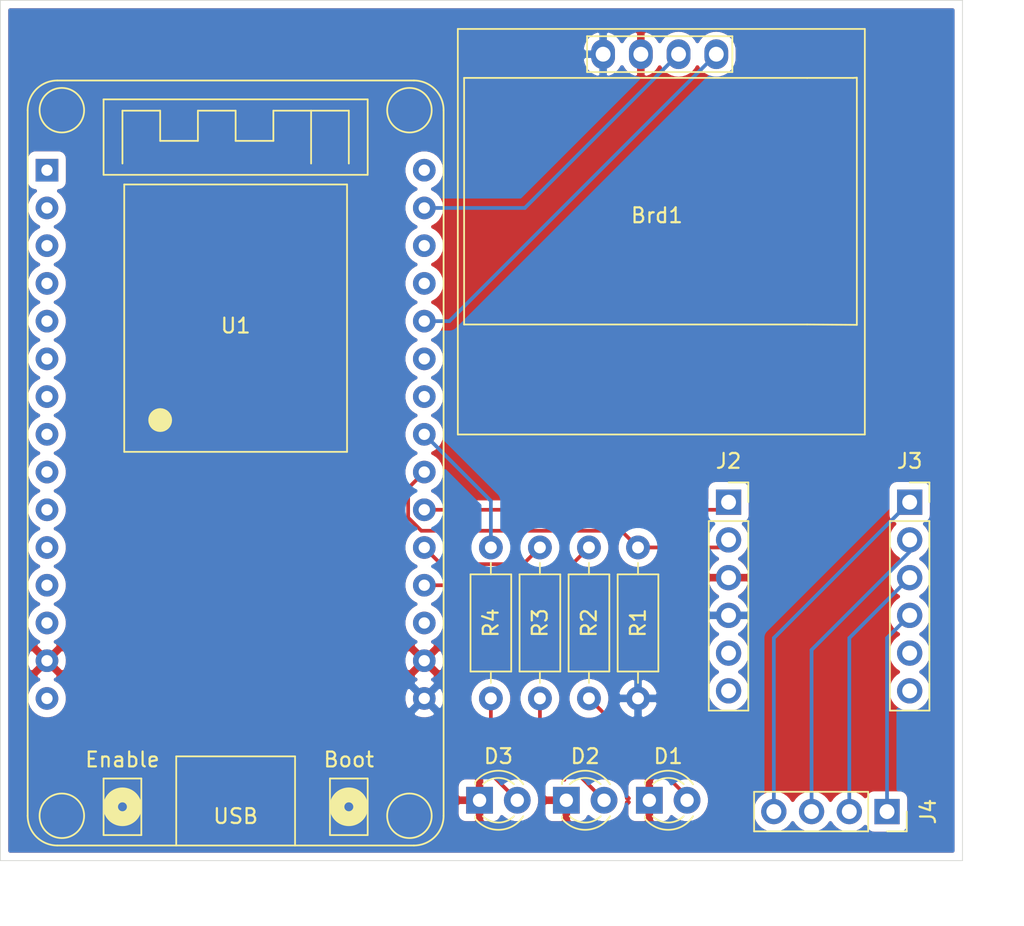
<source format=kicad_pcb>
(kicad_pcb (version 20171130) (host pcbnew "(5.1.12-1-10_14)")

  (general
    (thickness 1.6)
    (drawings 4)
    (tracks 35)
    (zones 0)
    (modules 12)
    (nets 41)
  )

  (page A4)
  (layers
    (0 F.Cu signal)
    (31 B.Cu signal)
    (32 B.Adhes user)
    (33 F.Adhes user)
    (34 B.Paste user)
    (35 F.Paste user)
    (36 B.SilkS user)
    (37 F.SilkS user)
    (38 B.Mask user)
    (39 F.Mask user)
    (40 Dwgs.User user)
    (41 Cmts.User user)
    (42 Eco1.User user)
    (43 Eco2.User user)
    (44 Edge.Cuts user)
    (45 Margin user)
    (46 B.CrtYd user)
    (47 F.CrtYd user)
    (48 B.Fab user)
    (49 F.Fab user)
  )

  (setup
    (last_trace_width 0.25)
    (trace_clearance 0.2)
    (zone_clearance 0.508)
    (zone_45_only no)
    (trace_min 0.2)
    (via_size 0.8)
    (via_drill 0.4)
    (via_min_size 0.4)
    (via_min_drill 0.3)
    (uvia_size 0.3)
    (uvia_drill 0.1)
    (uvias_allowed no)
    (uvia_min_size 0.2)
    (uvia_min_drill 0.1)
    (edge_width 0.05)
    (segment_width 0.2)
    (pcb_text_width 0.3)
    (pcb_text_size 1.5 1.5)
    (mod_edge_width 0.12)
    (mod_text_size 1 1)
    (mod_text_width 0.15)
    (pad_size 1.524 1.524)
    (pad_drill 0.762)
    (pad_to_mask_clearance 0)
    (aux_axis_origin 0 0)
    (visible_elements FFFFFF7F)
    (pcbplotparams
      (layerselection 0x010fc_ffffffff)
      (usegerberextensions false)
      (usegerberattributes true)
      (usegerberadvancedattributes true)
      (creategerberjobfile true)
      (excludeedgelayer true)
      (linewidth 0.100000)
      (plotframeref false)
      (viasonmask false)
      (mode 1)
      (useauxorigin false)
      (hpglpennumber 1)
      (hpglpenspeed 20)
      (hpglpendiameter 15.000000)
      (psnegative false)
      (psa4output false)
      (plotreference true)
      (plotvalue true)
      (plotinvisibletext false)
      (padsonsilk false)
      (subtractmaskfromsilk false)
      (outputformat 1)
      (mirror false)
      (drillshape 1)
      (scaleselection 1)
      (outputdirectory ""))
  )

  (net 0 "")
  (net 1 GND)
  (net 2 "Net-(D1-Pad2)")
  (net 3 "Net-(D2-Pad2)")
  (net 4 "Net-(D3-Pad2)")
  (net 5 +3V3)
  (net 6 /RX)
  (net 7 /TX)
  (net 8 "Net-(J2-Pad5)")
  (net 9 "Net-(J2-Pad6)")
  (net 10 "Net-(J3-Pad6)")
  (net 11 "Net-(J3-Pad5)")
  (net 12 "Net-(J3-Pad4)")
  (net 13 "Net-(J3-Pad3)")
  (net 14 "Net-(J3-Pad2)")
  (net 15 "Net-(J3-Pad1)")
  (net 16 "Net-(R2-Pad1)")
  (net 17 "Net-(R3-Pad1)")
  (net 18 "Net-(R4-Pad1)")
  (net 19 "Net-(U1-Pad1)")
  (net 20 "Net-(U1-Pad2)")
  (net 21 "Net-(U1-Pad3)")
  (net 22 "Net-(U1-Pad4)")
  (net 23 "Net-(U1-Pad5)")
  (net 24 "Net-(U1-Pad6)")
  (net 25 "Net-(U1-Pad7)")
  (net 26 "Net-(U1-Pad8)")
  (net 27 "Net-(U1-Pad9)")
  (net 28 "Net-(U1-Pad10)")
  (net 29 "Net-(U1-Pad11)")
  (net 30 "Net-(U1-Pad12)")
  (net 31 "Net-(U1-Pad13)")
  (net 32 "Net-(U1-Pad15)")
  (net 33 "Net-(U1-Pad18)")
  (net 34 "Net-(U1-Pad24)")
  (net 35 "Net-(U1-Pad25)")
  (net 36 "Net-(U1-Pad27)")
  (net 37 "Net-(U1-Pad28)")
  (net 38 "Net-(U1-Pad30)")
  (net 39 "Net-(Brd1-Pad4)")
  (net 40 "Net-(Brd1-Pad3)")

  (net_class Default "This is the default net class."
    (clearance 0.2)
    (trace_width 0.25)
    (via_dia 0.8)
    (via_drill 0.4)
    (uvia_dia 0.3)
    (uvia_drill 0.1)
    (add_net +3V3)
    (add_net /RX)
    (add_net /TX)
    (add_net GND)
    (add_net "Net-(Brd1-Pad3)")
    (add_net "Net-(Brd1-Pad4)")
    (add_net "Net-(D1-Pad2)")
    (add_net "Net-(D2-Pad2)")
    (add_net "Net-(D3-Pad2)")
    (add_net "Net-(J2-Pad5)")
    (add_net "Net-(J2-Pad6)")
    (add_net "Net-(J3-Pad1)")
    (add_net "Net-(J3-Pad2)")
    (add_net "Net-(J3-Pad3)")
    (add_net "Net-(J3-Pad4)")
    (add_net "Net-(J3-Pad5)")
    (add_net "Net-(J3-Pad6)")
    (add_net "Net-(R2-Pad1)")
    (add_net "Net-(R3-Pad1)")
    (add_net "Net-(R4-Pad1)")
    (add_net "Net-(U1-Pad1)")
    (add_net "Net-(U1-Pad10)")
    (add_net "Net-(U1-Pad11)")
    (add_net "Net-(U1-Pad12)")
    (add_net "Net-(U1-Pad13)")
    (add_net "Net-(U1-Pad15)")
    (add_net "Net-(U1-Pad18)")
    (add_net "Net-(U1-Pad2)")
    (add_net "Net-(U1-Pad24)")
    (add_net "Net-(U1-Pad25)")
    (add_net "Net-(U1-Pad27)")
    (add_net "Net-(U1-Pad28)")
    (add_net "Net-(U1-Pad3)")
    (add_net "Net-(U1-Pad30)")
    (add_net "Net-(U1-Pad4)")
    (add_net "Net-(U1-Pad5)")
    (add_net "Net-(U1-Pad6)")
    (add_net "Net-(U1-Pad7)")
    (add_net "Net-(U1-Pad8)")
    (add_net "Net-(U1-Pad9)")
  )

  (module LED_THT:LED_D3.0mm (layer F.Cu) (tedit 587A3A7B) (tstamp 61BEB203)
    (at 132.334 125.222)
    (descr "LED, diameter 3.0mm, 2 pins")
    (tags "LED diameter 3.0mm 2 pins")
    (path /61BF0F78)
    (fp_text reference D1 (at 1.27 -2.96) (layer F.SilkS)
      (effects (font (size 1 1) (thickness 0.15)))
    )
    (fp_text value LED (at 1.27 2.96) (layer F.Fab)
      (effects (font (size 1 1) (thickness 0.15)))
    )
    (fp_line (start 3.7 -2.25) (end -1.15 -2.25) (layer F.CrtYd) (width 0.05))
    (fp_line (start 3.7 2.25) (end 3.7 -2.25) (layer F.CrtYd) (width 0.05))
    (fp_line (start -1.15 2.25) (end 3.7 2.25) (layer F.CrtYd) (width 0.05))
    (fp_line (start -1.15 -2.25) (end -1.15 2.25) (layer F.CrtYd) (width 0.05))
    (fp_line (start -0.29 1.08) (end -0.29 1.236) (layer F.SilkS) (width 0.12))
    (fp_line (start -0.29 -1.236) (end -0.29 -1.08) (layer F.SilkS) (width 0.12))
    (fp_line (start -0.23 -1.16619) (end -0.23 1.16619) (layer F.Fab) (width 0.1))
    (fp_circle (center 1.27 0) (end 2.77 0) (layer F.Fab) (width 0.1))
    (fp_arc (start 1.27 0) (end -0.23 -1.16619) (angle 284.3) (layer F.Fab) (width 0.1))
    (fp_arc (start 1.27 0) (end -0.29 -1.235516) (angle 108.8) (layer F.SilkS) (width 0.12))
    (fp_arc (start 1.27 0) (end -0.29 1.235516) (angle -108.8) (layer F.SilkS) (width 0.12))
    (fp_arc (start 1.27 0) (end 0.229039 -1.08) (angle 87.9) (layer F.SilkS) (width 0.12))
    (fp_arc (start 1.27 0) (end 0.229039 1.08) (angle -87.9) (layer F.SilkS) (width 0.12))
    (pad 1 thru_hole rect (at 0 0) (size 1.8 1.8) (drill 0.9) (layers *.Cu *.Mask)
      (net 1 GND))
    (pad 2 thru_hole circle (at 2.54 0) (size 1.8 1.8) (drill 0.9) (layers *.Cu *.Mask)
      (net 2 "Net-(D1-Pad2)"))
    (model ${KISYS3DMOD}/LED_THT.3dshapes/LED_D3.0mm.wrl
      (at (xyz 0 0 0))
      (scale (xyz 1 1 1))
      (rotate (xyz 0 0 0))
    )
  )

  (module LED_THT:LED_D3.0mm (layer F.Cu) (tedit 587A3A7B) (tstamp 61BEBD0D)
    (at 126.746 125.222)
    (descr "LED, diameter 3.0mm, 2 pins")
    (tags "LED diameter 3.0mm 2 pins")
    (path /61BF18A6)
    (fp_text reference D2 (at 1.27 -2.96) (layer F.SilkS)
      (effects (font (size 1 1) (thickness 0.15)))
    )
    (fp_text value LED (at 1.27 2.96) (layer F.Fab)
      (effects (font (size 1 1) (thickness 0.15)))
    )
    (fp_arc (start 1.27 0) (end 0.229039 1.08) (angle -87.9) (layer F.SilkS) (width 0.12))
    (fp_arc (start 1.27 0) (end 0.229039 -1.08) (angle 87.9) (layer F.SilkS) (width 0.12))
    (fp_arc (start 1.27 0) (end -0.29 1.235516) (angle -108.8) (layer F.SilkS) (width 0.12))
    (fp_arc (start 1.27 0) (end -0.29 -1.235516) (angle 108.8) (layer F.SilkS) (width 0.12))
    (fp_arc (start 1.27 0) (end -0.23 -1.16619) (angle 284.3) (layer F.Fab) (width 0.1))
    (fp_circle (center 1.27 0) (end 2.77 0) (layer F.Fab) (width 0.1))
    (fp_line (start -0.23 -1.16619) (end -0.23 1.16619) (layer F.Fab) (width 0.1))
    (fp_line (start -0.29 -1.236) (end -0.29 -1.08) (layer F.SilkS) (width 0.12))
    (fp_line (start -0.29 1.08) (end -0.29 1.236) (layer F.SilkS) (width 0.12))
    (fp_line (start -1.15 -2.25) (end -1.15 2.25) (layer F.CrtYd) (width 0.05))
    (fp_line (start -1.15 2.25) (end 3.7 2.25) (layer F.CrtYd) (width 0.05))
    (fp_line (start 3.7 2.25) (end 3.7 -2.25) (layer F.CrtYd) (width 0.05))
    (fp_line (start 3.7 -2.25) (end -1.15 -2.25) (layer F.CrtYd) (width 0.05))
    (pad 2 thru_hole circle (at 2.54 0) (size 1.8 1.8) (drill 0.9) (layers *.Cu *.Mask)
      (net 3 "Net-(D2-Pad2)"))
    (pad 1 thru_hole rect (at 0 0) (size 1.8 1.8) (drill 0.9) (layers *.Cu *.Mask)
      (net 1 GND))
    (model ${KISYS3DMOD}/LED_THT.3dshapes/LED_D3.0mm.wrl
      (at (xyz 0 0 0))
      (scale (xyz 1 1 1))
      (rotate (xyz 0 0 0))
    )
  )

  (module LED_THT:LED_D3.0mm (layer F.Cu) (tedit 587A3A7B) (tstamp 61BEBC7A)
    (at 120.904 125.222)
    (descr "LED, diameter 3.0mm, 2 pins")
    (tags "LED diameter 3.0mm 2 pins")
    (path /61BF1E53)
    (fp_text reference D3 (at 1.27 -2.96) (layer F.SilkS)
      (effects (font (size 1 1) (thickness 0.15)))
    )
    (fp_text value LED (at 1.27 2.96) (layer F.Fab)
      (effects (font (size 1 1) (thickness 0.15)))
    )
    (fp_line (start 3.7 -2.25) (end -1.15 -2.25) (layer F.CrtYd) (width 0.05))
    (fp_line (start 3.7 2.25) (end 3.7 -2.25) (layer F.CrtYd) (width 0.05))
    (fp_line (start -1.15 2.25) (end 3.7 2.25) (layer F.CrtYd) (width 0.05))
    (fp_line (start -1.15 -2.25) (end -1.15 2.25) (layer F.CrtYd) (width 0.05))
    (fp_line (start -0.29 1.08) (end -0.29 1.236) (layer F.SilkS) (width 0.12))
    (fp_line (start -0.29 -1.236) (end -0.29 -1.08) (layer F.SilkS) (width 0.12))
    (fp_line (start -0.23 -1.16619) (end -0.23 1.16619) (layer F.Fab) (width 0.1))
    (fp_circle (center 1.27 0) (end 2.77 0) (layer F.Fab) (width 0.1))
    (fp_arc (start 1.27 0) (end -0.23 -1.16619) (angle 284.3) (layer F.Fab) (width 0.1))
    (fp_arc (start 1.27 0) (end -0.29 -1.235516) (angle 108.8) (layer F.SilkS) (width 0.12))
    (fp_arc (start 1.27 0) (end -0.29 1.235516) (angle -108.8) (layer F.SilkS) (width 0.12))
    (fp_arc (start 1.27 0) (end 0.229039 -1.08) (angle 87.9) (layer F.SilkS) (width 0.12))
    (fp_arc (start 1.27 0) (end 0.229039 1.08) (angle -87.9) (layer F.SilkS) (width 0.12))
    (pad 1 thru_hole rect (at 0 0) (size 1.8 1.8) (drill 0.9) (layers *.Cu *.Mask)
      (net 1 GND))
    (pad 2 thru_hole circle (at 2.54 0) (size 1.8 1.8) (drill 0.9) (layers *.Cu *.Mask)
      (net 4 "Net-(D3-Pad2)"))
    (model ${KISYS3DMOD}/LED_THT.3dshapes/LED_D3.0mm.wrl
      (at (xyz 0 0 0))
      (scale (xyz 1 1 1))
      (rotate (xyz 0 0 0))
    )
  )

  (module Resistor_THT:R_Axial_DIN0207_L6.3mm_D2.5mm_P10.16mm_Horizontal (layer F.Cu) (tedit 5AE5139B) (tstamp 61BEBB52)
    (at 131.572 108.204 270)
    (descr "Resistor, Axial_DIN0207 series, Axial, Horizontal, pin pitch=10.16mm, 0.25W = 1/4W, length*diameter=6.3*2.5mm^2, http://cdn-reichelt.de/documents/datenblatt/B400/1_4W%23YAG.pdf")
    (tags "Resistor Axial_DIN0207 series Axial Horizontal pin pitch 10.16mm 0.25W = 1/4W length 6.3mm diameter 2.5mm")
    (path /61BEF8CF)
    (fp_text reference R1 (at 5.08 0 90) (layer F.SilkS)
      (effects (font (size 1 1) (thickness 0.15)))
    )
    (fp_text value R (at 5.08 2.37 90) (layer F.Fab)
      (effects (font (size 1 1) (thickness 0.15)))
    )
    (fp_text user %R (at 5.08 0 90) (layer F.Fab)
      (effects (font (size 1 1) (thickness 0.15)))
    )
    (fp_line (start 1.93 -1.25) (end 1.93 1.25) (layer F.Fab) (width 0.1))
    (fp_line (start 1.93 1.25) (end 8.23 1.25) (layer F.Fab) (width 0.1))
    (fp_line (start 8.23 1.25) (end 8.23 -1.25) (layer F.Fab) (width 0.1))
    (fp_line (start 8.23 -1.25) (end 1.93 -1.25) (layer F.Fab) (width 0.1))
    (fp_line (start 0 0) (end 1.93 0) (layer F.Fab) (width 0.1))
    (fp_line (start 10.16 0) (end 8.23 0) (layer F.Fab) (width 0.1))
    (fp_line (start 1.81 -1.37) (end 1.81 1.37) (layer F.SilkS) (width 0.12))
    (fp_line (start 1.81 1.37) (end 8.35 1.37) (layer F.SilkS) (width 0.12))
    (fp_line (start 8.35 1.37) (end 8.35 -1.37) (layer F.SilkS) (width 0.12))
    (fp_line (start 8.35 -1.37) (end 1.81 -1.37) (layer F.SilkS) (width 0.12))
    (fp_line (start 1.04 0) (end 1.81 0) (layer F.SilkS) (width 0.12))
    (fp_line (start 9.12 0) (end 8.35 0) (layer F.SilkS) (width 0.12))
    (fp_line (start -1.05 -1.5) (end -1.05 1.5) (layer F.CrtYd) (width 0.05))
    (fp_line (start -1.05 1.5) (end 11.21 1.5) (layer F.CrtYd) (width 0.05))
    (fp_line (start 11.21 1.5) (end 11.21 -1.5) (layer F.CrtYd) (width 0.05))
    (fp_line (start 11.21 -1.5) (end -1.05 -1.5) (layer F.CrtYd) (width 0.05))
    (pad 2 thru_hole oval (at 10.16 0 270) (size 1.6 1.6) (drill 0.8) (layers *.Cu *.Mask)
      (net 5 +3V3))
    (pad 1 thru_hole circle (at 0 0 270) (size 1.6 1.6) (drill 0.8) (layers *.Cu *.Mask)
      (net 7 /TX))
    (model ${KISYS3DMOD}/Resistor_THT.3dshapes/R_Axial_DIN0207_L6.3mm_D2.5mm_P10.16mm_Horizontal.wrl
      (at (xyz 0 0 0))
      (scale (xyz 1 1 1))
      (rotate (xyz 0 0 0))
    )
  )

  (module Resistor_THT:R_Axial_DIN0207_L6.3mm_D2.5mm_P10.16mm_Horizontal (layer F.Cu) (tedit 5AE5139B) (tstamp 61BEB2C3)
    (at 128.27 108.204 270)
    (descr "Resistor, Axial_DIN0207 series, Axial, Horizontal, pin pitch=10.16mm, 0.25W = 1/4W, length*diameter=6.3*2.5mm^2, http://cdn-reichelt.de/documents/datenblatt/B400/1_4W%23YAG.pdf")
    (tags "Resistor Axial_DIN0207 series Axial Horizontal pin pitch 10.16mm 0.25W = 1/4W length 6.3mm diameter 2.5mm")
    (path /61BEE740)
    (fp_text reference R2 (at 5.08 0 90) (layer F.SilkS)
      (effects (font (size 1 1) (thickness 0.15)))
    )
    (fp_text value R (at 5.08 2.37 90) (layer F.Fab)
      (effects (font (size 1 1) (thickness 0.15)))
    )
    (fp_line (start 11.21 -1.5) (end -1.05 -1.5) (layer F.CrtYd) (width 0.05))
    (fp_line (start 11.21 1.5) (end 11.21 -1.5) (layer F.CrtYd) (width 0.05))
    (fp_line (start -1.05 1.5) (end 11.21 1.5) (layer F.CrtYd) (width 0.05))
    (fp_line (start -1.05 -1.5) (end -1.05 1.5) (layer F.CrtYd) (width 0.05))
    (fp_line (start 9.12 0) (end 8.35 0) (layer F.SilkS) (width 0.12))
    (fp_line (start 1.04 0) (end 1.81 0) (layer F.SilkS) (width 0.12))
    (fp_line (start 8.35 -1.37) (end 1.81 -1.37) (layer F.SilkS) (width 0.12))
    (fp_line (start 8.35 1.37) (end 8.35 -1.37) (layer F.SilkS) (width 0.12))
    (fp_line (start 1.81 1.37) (end 8.35 1.37) (layer F.SilkS) (width 0.12))
    (fp_line (start 1.81 -1.37) (end 1.81 1.37) (layer F.SilkS) (width 0.12))
    (fp_line (start 10.16 0) (end 8.23 0) (layer F.Fab) (width 0.1))
    (fp_line (start 0 0) (end 1.93 0) (layer F.Fab) (width 0.1))
    (fp_line (start 8.23 -1.25) (end 1.93 -1.25) (layer F.Fab) (width 0.1))
    (fp_line (start 8.23 1.25) (end 8.23 -1.25) (layer F.Fab) (width 0.1))
    (fp_line (start 1.93 1.25) (end 8.23 1.25) (layer F.Fab) (width 0.1))
    (fp_line (start 1.93 -1.25) (end 1.93 1.25) (layer F.Fab) (width 0.1))
    (fp_text user %R (at 5.08 0 90) (layer F.Fab)
      (effects (font (size 1 1) (thickness 0.15)))
    )
    (pad 1 thru_hole circle (at 0 0 270) (size 1.6 1.6) (drill 0.8) (layers *.Cu *.Mask)
      (net 16 "Net-(R2-Pad1)"))
    (pad 2 thru_hole oval (at 10.16 0 270) (size 1.6 1.6) (drill 0.8) (layers *.Cu *.Mask)
      (net 2 "Net-(D1-Pad2)"))
    (model ${KISYS3DMOD}/Resistor_THT.3dshapes/R_Axial_DIN0207_L6.3mm_D2.5mm_P10.16mm_Horizontal.wrl
      (at (xyz 0 0 0))
      (scale (xyz 1 1 1))
      (rotate (xyz 0 0 0))
    )
  )

  (module Resistor_THT:R_Axial_DIN0207_L6.3mm_D2.5mm_P10.16mm_Horizontal (layer F.Cu) (tedit 5AE5139B) (tstamp 61BEB956)
    (at 124.968 108.204 270)
    (descr "Resistor, Axial_DIN0207 series, Axial, Horizontal, pin pitch=10.16mm, 0.25W = 1/4W, length*diameter=6.3*2.5mm^2, http://cdn-reichelt.de/documents/datenblatt/B400/1_4W%23YAG.pdf")
    (tags "Resistor Axial_DIN0207 series Axial Horizontal pin pitch 10.16mm 0.25W = 1/4W length 6.3mm diameter 2.5mm")
    (path /61BEEFA6)
    (fp_text reference R3 (at 5.08 0 90) (layer F.SilkS)
      (effects (font (size 1 1) (thickness 0.15)))
    )
    (fp_text value R (at 5.08 2.37 90) (layer F.Fab)
      (effects (font (size 1 1) (thickness 0.15)))
    )
    (fp_text user %R (at 5.08 0 90) (layer F.Fab)
      (effects (font (size 1 1) (thickness 0.15)))
    )
    (fp_line (start 1.93 -1.25) (end 1.93 1.25) (layer F.Fab) (width 0.1))
    (fp_line (start 1.93 1.25) (end 8.23 1.25) (layer F.Fab) (width 0.1))
    (fp_line (start 8.23 1.25) (end 8.23 -1.25) (layer F.Fab) (width 0.1))
    (fp_line (start 8.23 -1.25) (end 1.93 -1.25) (layer F.Fab) (width 0.1))
    (fp_line (start 0 0) (end 1.93 0) (layer F.Fab) (width 0.1))
    (fp_line (start 10.16 0) (end 8.23 0) (layer F.Fab) (width 0.1))
    (fp_line (start 1.81 -1.37) (end 1.81 1.37) (layer F.SilkS) (width 0.12))
    (fp_line (start 1.81 1.37) (end 8.35 1.37) (layer F.SilkS) (width 0.12))
    (fp_line (start 8.35 1.37) (end 8.35 -1.37) (layer F.SilkS) (width 0.12))
    (fp_line (start 8.35 -1.37) (end 1.81 -1.37) (layer F.SilkS) (width 0.12))
    (fp_line (start 1.04 0) (end 1.81 0) (layer F.SilkS) (width 0.12))
    (fp_line (start 9.12 0) (end 8.35 0) (layer F.SilkS) (width 0.12))
    (fp_line (start -1.05 -1.5) (end -1.05 1.5) (layer F.CrtYd) (width 0.05))
    (fp_line (start -1.05 1.5) (end 11.21 1.5) (layer F.CrtYd) (width 0.05))
    (fp_line (start 11.21 1.5) (end 11.21 -1.5) (layer F.CrtYd) (width 0.05))
    (fp_line (start 11.21 -1.5) (end -1.05 -1.5) (layer F.CrtYd) (width 0.05))
    (pad 2 thru_hole oval (at 10.16 0 270) (size 1.6 1.6) (drill 0.8) (layers *.Cu *.Mask)
      (net 3 "Net-(D2-Pad2)"))
    (pad 1 thru_hole circle (at 0 0 270) (size 1.6 1.6) (drill 0.8) (layers *.Cu *.Mask)
      (net 17 "Net-(R3-Pad1)"))
    (model ${KISYS3DMOD}/Resistor_THT.3dshapes/R_Axial_DIN0207_L6.3mm_D2.5mm_P10.16mm_Horizontal.wrl
      (at (xyz 0 0 0))
      (scale (xyz 1 1 1))
      (rotate (xyz 0 0 0))
    )
  )

  (module Resistor_THT:R_Axial_DIN0207_L6.3mm_D2.5mm_P10.16mm_Horizontal (layer F.Cu) (tedit 5AE5139B) (tstamp 61BEB2F1)
    (at 121.666 108.204 270)
    (descr "Resistor, Axial_DIN0207 series, Axial, Horizontal, pin pitch=10.16mm, 0.25W = 1/4W, length*diameter=6.3*2.5mm^2, http://cdn-reichelt.de/documents/datenblatt/B400/1_4W%23YAG.pdf")
    (tags "Resistor Axial_DIN0207 series Axial Horizontal pin pitch 10.16mm 0.25W = 1/4W length 6.3mm diameter 2.5mm")
    (path /61BEF437)
    (fp_text reference R4 (at 5.08 0 90) (layer F.SilkS)
      (effects (font (size 1 1) (thickness 0.15)))
    )
    (fp_text value R (at 5.08 2.37 90) (layer F.Fab)
      (effects (font (size 1 1) (thickness 0.15)))
    )
    (fp_line (start 11.21 -1.5) (end -1.05 -1.5) (layer F.CrtYd) (width 0.05))
    (fp_line (start 11.21 1.5) (end 11.21 -1.5) (layer F.CrtYd) (width 0.05))
    (fp_line (start -1.05 1.5) (end 11.21 1.5) (layer F.CrtYd) (width 0.05))
    (fp_line (start -1.05 -1.5) (end -1.05 1.5) (layer F.CrtYd) (width 0.05))
    (fp_line (start 9.12 0) (end 8.35 0) (layer F.SilkS) (width 0.12))
    (fp_line (start 1.04 0) (end 1.81 0) (layer F.SilkS) (width 0.12))
    (fp_line (start 8.35 -1.37) (end 1.81 -1.37) (layer F.SilkS) (width 0.12))
    (fp_line (start 8.35 1.37) (end 8.35 -1.37) (layer F.SilkS) (width 0.12))
    (fp_line (start 1.81 1.37) (end 8.35 1.37) (layer F.SilkS) (width 0.12))
    (fp_line (start 1.81 -1.37) (end 1.81 1.37) (layer F.SilkS) (width 0.12))
    (fp_line (start 10.16 0) (end 8.23 0) (layer F.Fab) (width 0.1))
    (fp_line (start 0 0) (end 1.93 0) (layer F.Fab) (width 0.1))
    (fp_line (start 8.23 -1.25) (end 1.93 -1.25) (layer F.Fab) (width 0.1))
    (fp_line (start 8.23 1.25) (end 8.23 -1.25) (layer F.Fab) (width 0.1))
    (fp_line (start 1.93 1.25) (end 8.23 1.25) (layer F.Fab) (width 0.1))
    (fp_line (start 1.93 -1.25) (end 1.93 1.25) (layer F.Fab) (width 0.1))
    (fp_text user %R (at 5.08 0 90) (layer F.Fab)
      (effects (font (size 1 1) (thickness 0.15)))
    )
    (pad 1 thru_hole circle (at 0 0 270) (size 1.6 1.6) (drill 0.8) (layers *.Cu *.Mask)
      (net 18 "Net-(R4-Pad1)"))
    (pad 2 thru_hole oval (at 10.16 0 270) (size 1.6 1.6) (drill 0.8) (layers *.Cu *.Mask)
      (net 4 "Net-(D3-Pad2)"))
    (model ${KISYS3DMOD}/Resistor_THT.3dshapes/R_Axial_DIN0207_L6.3mm_D2.5mm_P10.16mm_Horizontal.wrl
      (at (xyz 0 0 0))
      (scale (xyz 1 1 1))
      (rotate (xyz 0 0 0))
    )
  )

  (module ESP:esp32_devkit_v1_doit (layer F.Cu) (tedit 5F4BBE44) (tstamp 61BEB344)
    (at 104.484001 82.808001)
    (descr "ESPWROOM32, ESP32, 30 GPIOs version")
    (path /61BED0B1)
    (attr smd)
    (fp_text reference U1 (at 0 10.47) (layer F.SilkS)
      (effects (font (size 1 1) (thickness 0.15)))
    )
    (fp_text value ESP32_DevKit_V1_DOIT (at 0 8.7) (layer F.Fab)
      (effects (font (size 1 1) (thickness 0.15)))
    )
    (fp_circle (center 7.62 42.855) (end 7.92 42.855) (layer F.SilkS) (width 1))
    (fp_circle (center -7.62 42.855) (end -7.32 42.855) (layer F.SilkS) (width 1))
    (fp_line (start -6.35 40.95) (end -6.35 44.76) (layer F.SilkS) (width 0.12))
    (fp_line (start -8.89 40.95) (end -6.35 40.95) (layer F.SilkS) (width 0.12))
    (fp_line (start -8.89 44.76) (end -8.89 40.95) (layer F.SilkS) (width 0.12))
    (fp_line (start -6.35 44.76) (end -8.89 44.76) (layer F.SilkS) (width 0.12))
    (fp_line (start 6.35 44.76) (end 6.35 40.95) (layer F.SilkS) (width 0.12))
    (fp_line (start 8.89 44.76) (end 6.35 44.76) (layer F.SilkS) (width 0.12))
    (fp_line (start 8.89 40.95) (end 8.89 44.76) (layer F.SilkS) (width 0.12))
    (fp_line (start 6.35 40.95) (end 8.89 40.95) (layer F.SilkS) (width 0.12))
    (fp_circle (center -5.08 16.82) (end -4.68 16.82) (layer F.SilkS) (width 0.8))
    (fp_line (start -7.5 18.96) (end -7.5 0.96) (layer F.SilkS) (width 0.12))
    (fp_line (start 7.5 18.96) (end -7.5 18.96) (layer F.SilkS) (width 0.12))
    (fp_line (start 7.5 0.96) (end 7.5 18.96) (layer F.SilkS) (width 0.12))
    (fp_line (start -7.5 0.96) (end 7.5 0.96) (layer F.SilkS) (width 0.12))
    (fp_line (start 5.08 -4.008) (end 5.08 -0.452) (layer F.SilkS) (width 0.12))
    (fp_line (start 7.62 -4.008) (end 7.62 -0.452) (layer F.SilkS) (width 0.12))
    (fp_line (start 2.54 -4.008) (end 7.62 -4.008) (layer F.SilkS) (width 0.12))
    (fp_line (start 2.54 -1.976) (end 2.54 -4.008) (layer F.SilkS) (width 0.12))
    (fp_line (start 0 -1.976) (end 2.54 -1.976) (layer F.SilkS) (width 0.12))
    (fp_line (start 0 -4.008) (end 0 -1.976) (layer F.SilkS) (width 0.12))
    (fp_line (start -2.54 -4.008) (end 0 -4.008) (layer F.SilkS) (width 0.12))
    (fp_line (start -2.54 -1.976) (end -2.54 -4.008) (layer F.SilkS) (width 0.12))
    (fp_line (start -5.08 -1.976) (end -2.54 -1.976) (layer F.SilkS) (width 0.12))
    (fp_line (start -5.08 -4.008) (end -5.08 -1.976) (layer F.SilkS) (width 0.12))
    (fp_line (start -7.62 -4.008) (end -5.08 -4.008) (layer F.SilkS) (width 0.12))
    (fp_line (start -7.62 -0.452) (end -7.62 -4.008) (layer F.SilkS) (width 0.12))
    (fp_line (start -8.89 0.31) (end -8.89 -4.77) (layer F.SilkS) (width 0.12))
    (fp_line (start 8.89 0.31) (end -8.89 0.31) (layer F.SilkS) (width 0.12))
    (fp_line (start 8.89 -4.77) (end 8.89 0.31) (layer F.SilkS) (width 0.12))
    (fp_line (start -8.89 -4.77) (end 8.89 -4.77) (layer F.SilkS) (width 0.12))
    (fp_line (start -4 39.46) (end 4 39.46) (layer F.SilkS) (width 0.12))
    (fp_line (start 4 39.46) (end 4 45.46) (layer F.SilkS) (width 0.12))
    (fp_line (start -4 39.46) (end -4 45.46) (layer F.SilkS) (width 0.12))
    (fp_circle (center 11.7 43.46) (end 13.2 43.46) (layer F.SilkS) (width 0.12))
    (fp_circle (center -11.7 43.46) (end -10.2 43.46) (layer F.SilkS) (width 0.12))
    (fp_line (start -12 -6.04) (end 12 -6.04) (layer F.SilkS) (width 0.12))
    (fp_line (start -12 45.46) (end 12 45.46) (layer F.SilkS) (width 0.12))
    (fp_line (start -14 -4.04) (end -14 43.46) (layer F.SilkS) (width 0.12))
    (fp_line (start 14 43.46) (end 14 -4.04) (layer F.SilkS) (width 0.12))
    (fp_circle (center 11.7 -4.04) (end 13.2 -4.04) (layer F.SilkS) (width 0.12))
    (fp_circle (center -11.7 -4.04) (end -10.2 -4.04) (layer F.SilkS) (width 0.12))
    (fp_text user USB (at 0 43.49) (layer F.SilkS)
      (effects (font (size 1 1) (thickness 0.15)))
    )
    (fp_text user Boot (at 7.62 39.68) (layer F.SilkS)
      (effects (font (size 1 1) (thickness 0.15)))
    )
    (fp_text user Enable (at -7.62 39.68) (layer F.SilkS)
      (effects (font (size 1 1) (thickness 0.15)))
    )
    (fp_arc (start 12 -4.04) (end 14 -4.04) (angle -90) (layer F.SilkS) (width 0.12))
    (fp_arc (start -12 -4.04) (end -12 -6.04) (angle -90) (layer F.SilkS) (width 0.12))
    (fp_arc (start -12 43.46) (end -14 43.46) (angle -90) (layer F.SilkS) (width 0.12))
    (fp_arc (start 12 43.46) (end 12 45.46) (angle -90) (layer F.SilkS) (width 0.12))
    (pad 1 thru_hole rect (at -12.7 0) (size 1.524 1.524) (drill 0.762) (layers *.Cu *.Mask)
      (net 19 "Net-(U1-Pad1)"))
    (pad 2 thru_hole circle (at -12.7 2.54) (size 1.524 1.524) (drill 0.762) (layers *.Cu *.Mask)
      (net 20 "Net-(U1-Pad2)"))
    (pad 3 thru_hole circle (at -12.7 5.08) (size 1.524 1.524) (drill 0.762) (layers *.Cu *.Mask)
      (net 21 "Net-(U1-Pad3)"))
    (pad 4 thru_hole circle (at -12.7 7.62) (size 1.524 1.524) (drill 0.762) (layers *.Cu *.Mask)
      (net 22 "Net-(U1-Pad4)"))
    (pad 5 thru_hole circle (at -12.7 10.16) (size 1.524 1.524) (drill 0.762) (layers *.Cu *.Mask)
      (net 23 "Net-(U1-Pad5)"))
    (pad 6 thru_hole circle (at -12.7 12.7) (size 1.524 1.524) (drill 0.762) (layers *.Cu *.Mask)
      (net 24 "Net-(U1-Pad6)"))
    (pad 7 thru_hole circle (at -12.7 15.24) (size 1.524 1.524) (drill 0.762) (layers *.Cu *.Mask)
      (net 25 "Net-(U1-Pad7)"))
    (pad 8 thru_hole circle (at -12.7 17.78) (size 1.524 1.524) (drill 0.762) (layers *.Cu *.Mask)
      (net 26 "Net-(U1-Pad8)"))
    (pad 9 thru_hole circle (at -12.7 20.32) (size 1.524 1.524) (drill 0.762) (layers *.Cu *.Mask)
      (net 27 "Net-(U1-Pad9)"))
    (pad 10 thru_hole circle (at -12.7 22.86) (size 1.524 1.524) (drill 0.762) (layers *.Cu *.Mask)
      (net 28 "Net-(U1-Pad10)"))
    (pad 11 thru_hole circle (at -12.7 25.4) (size 1.524 1.524) (drill 0.762) (layers *.Cu *.Mask)
      (net 29 "Net-(U1-Pad11)"))
    (pad 12 thru_hole circle (at -12.7 27.94) (size 1.524 1.524) (drill 0.762) (layers *.Cu *.Mask)
      (net 30 "Net-(U1-Pad12)"))
    (pad 13 thru_hole circle (at -12.7 30.48) (size 1.524 1.524) (drill 0.762) (layers *.Cu *.Mask)
      (net 31 "Net-(U1-Pad13)"))
    (pad 14 thru_hole circle (at -12.7 33.02) (size 1.524 1.524) (drill 0.762) (layers *.Cu *.Mask)
      (net 1 GND))
    (pad 15 thru_hole circle (at -12.7 35.56) (size 1.524 1.524) (drill 0.762) (layers *.Cu *.Mask)
      (net 32 "Net-(U1-Pad15)"))
    (pad 16 thru_hole circle (at 12.7 35.56) (size 1.524 1.524) (drill 0.762) (layers *.Cu *.Mask)
      (net 5 +3V3))
    (pad 17 thru_hole circle (at 12.7 33.02) (size 1.524 1.524) (drill 0.762) (layers *.Cu *.Mask)
      (net 1 GND))
    (pad 18 thru_hole circle (at 12.7 30.48) (size 1.524 1.524) (drill 0.762) (layers *.Cu *.Mask)
      (net 33 "Net-(U1-Pad18)"))
    (pad 19 thru_hole circle (at 12.7 27.94) (size 1.524 1.524) (drill 0.762) (layers *.Cu *.Mask)
      (net 16 "Net-(R2-Pad1)"))
    (pad 20 thru_hole circle (at 12.7 25.4) (size 1.524 1.524) (drill 0.762) (layers *.Cu *.Mask)
      (net 17 "Net-(R3-Pad1)"))
    (pad 21 thru_hole circle (at 12.7 22.86) (size 1.524 1.524) (drill 0.762) (layers *.Cu *.Mask)
      (net 6 /RX))
    (pad 22 thru_hole circle (at 12.7 20.32) (size 1.524 1.524) (drill 0.762) (layers *.Cu *.Mask)
      (net 7 /TX))
    (pad 23 thru_hole circle (at 12.7 17.78) (size 1.524 1.524) (drill 0.762) (layers *.Cu *.Mask)
      (net 18 "Net-(R4-Pad1)"))
    (pad 24 thru_hole circle (at 12.7 15.24) (size 1.524 1.524) (drill 0.762) (layers *.Cu *.Mask)
      (net 34 "Net-(U1-Pad24)"))
    (pad 25 thru_hole circle (at 12.7 12.7) (size 1.524 1.524) (drill 0.762) (layers *.Cu *.Mask)
      (net 35 "Net-(U1-Pad25)"))
    (pad 26 thru_hole circle (at 12.7 10.16) (size 1.524 1.524) (drill 0.762) (layers *.Cu *.Mask)
      (net 39 "Net-(Brd1-Pad4)"))
    (pad 27 thru_hole circle (at 12.7 7.62) (size 1.524 1.524) (drill 0.762) (layers *.Cu *.Mask)
      (net 36 "Net-(U1-Pad27)"))
    (pad 28 thru_hole circle (at 12.7 5.08) (size 1.524 1.524) (drill 0.762) (layers *.Cu *.Mask)
      (net 37 "Net-(U1-Pad28)"))
    (pad 29 thru_hole circle (at 12.7 2.54) (size 1.524 1.524) (drill 0.762) (layers *.Cu *.Mask)
      (net 40 "Net-(Brd1-Pad3)"))
    (pad 30 thru_hole circle (at 12.7 0) (size 1.524 1.524) (drill 0.762) (layers *.Cu *.Mask)
      (net 38 "Net-(U1-Pad30)"))
    (model ${KISYS3DMOD}/Button_Switch_SMD.3dshapes/SW_SPST_B3U-1000P-B.wrl
      (offset (xyz 7.5 -43 4))
      (scale (xyz 1 1 1))
      (rotate (xyz 0 0 90))
    )
    (model ${KISYS3DMOD}/Button_Switch_SMD.3dshapes/SW_SPST_B3U-1000P-B.wrl
      (offset (xyz -7.5 -43 4))
      (scale (xyz 1 1 1))
      (rotate (xyz 0 0 90))
    )
    (model ${KISYS3DMOD}/Connector_PinHeader_2.54mm.3dshapes/PinHeader_1x15_P2.54mm_Vertical.wrl
      (offset (xyz -12.7 0 2.5))
      (scale (xyz 1 1 1))
      (rotate (xyz 0 180 0))
    )
    (model ${KISYS3DMOD}/Connector_PinHeader_2.54mm.3dshapes/PinHeader_1x15_P2.54mm_Vertical.wrl
      (offset (xyz 12.7 0 2.5))
      (scale (xyz 1 1 1))
      (rotate (xyz 0 180 0))
    )
    (model ${VL_PACKAGES3D}/esp32_devkit_v1_doit.3dshapes/esp32_devkit_v1_doit.step
      (offset (xyz -12.7 0 2.5))
      (scale (xyz 1 1 1))
      (rotate (xyz 0 0 0))
    )
    (model ${KISYS3DMOD}/Connector_USB.3dshapes/USB_Micro-B_Molex_47346-0001.wrl
      (offset (xyz 0 -42 4))
      (scale (xyz 1 1 1))
      (rotate (xyz 0 0 0))
    )
    (model ${KISYS3DMOD}/LED_SMD.3dshapes/LED_1206_3216Metric.wrl
      (offset (xyz -6 -23 4))
      (scale (xyz 1 1 1))
      (rotate (xyz 0 0 -90))
    )
    (model ${KISYS3DMOD}/LED_SMD.3dshapes/LED_1206_3216Metric.wrl
      (offset (xyz 6 -23 4))
      (scale (xyz 1 1 1))
      (rotate (xyz 0 0 -90))
    )
    (model ${KISYS3DMOD}/Capacitor_Tantalum_SMD.3dshapes/CP_EIA-2012-15_AVX-P.wrl
      (offset (xyz -6.5 -27.5 4))
      (scale (xyz 1 1 1))
      (rotate (xyz 0 0 0))
    )
    (model ${KISYS3DMOD}/Package_TO_SOT_SMD.3dshapes/SOT-223.wrl
      (offset (xyz -6 -33 4))
      (scale (xyz 1 1 1))
      (rotate (xyz 0 0 -180))
    )
    (model ${KISYS3DMOD}/Resistor_SMD.3dshapes/R_0603_1608Metric.wrl
      (offset (xyz -7 -38.5 4))
      (scale (xyz 1 1 1))
      (rotate (xyz 0 0 0))
    )
    (model ${KISYS3DMOD}/Resistor_SMD.3dshapes/R_0603_1608Metric.wrl
      (offset (xyz 8.5 -38.5 4))
      (scale (xyz 1 1 1))
      (rotate (xyz 0 0 0))
    )
    (model ${KISYS3DMOD}/Resistor_SMD.3dshapes/R_0603_1608Metric.wrl
      (offset (xyz 5.5 -38.5 4))
      (scale (xyz 1 1 1))
      (rotate (xyz 0 0 0))
    )
    (model ${KISYS3DMOD}/Package_TO_SOT_SMD.3dshapes/SOT-23.wrl
      (offset (xyz -0.5 -27.5 4))
      (scale (xyz 1 1 1))
      (rotate (xyz 0 0 0))
    )
    (model ${KISYS3DMOD}/Package_TO_SOT_SMD.3dshapes/SOT-23.wrl
      (offset (xyz 6 -27.5 4))
      (scale (xyz 1 1 1))
      (rotate (xyz 0 0 -180))
    )
    (model ${KISYS3DMOD}/Resistor_SMD.3dshapes/R_0603_1608Metric.wrl
      (offset (xyz 9 -27.5 4))
      (scale (xyz 1 1 1))
      (rotate (xyz 0 0 90))
    )
    (model ${KISYS3DMOD}/Resistor_SMD.3dshapes/R_0603_1608Metric.wrl
      (offset (xyz -3.5 -27.5 4))
      (scale (xyz 1 1 1))
      (rotate (xyz 0 0 90))
    )
    (model ${KISYS3DMOD}/Capacitor_SMD.3dshapes/C_0603_1608Metric.wrl
      (offset (xyz -0.5 -38.5 4))
      (scale (xyz 1 1 1))
      (rotate (xyz 0 0 0))
    )
    (model ${KISYS3DMOD}/Diode_SMD.3dshapes/D_0603_1608Metric.wrl
      (offset (xyz -3 -38.5 4))
      (scale (xyz 1 1 1))
      (rotate (xyz 0 0 0))
    )
    (model ${KISYS3DMOD}/Resistor_SMD.3dshapes/R_0603_1608Metric.wrl
      (offset (xyz -3 -23 4))
      (scale (xyz 1 1 1))
      (rotate (xyz 0 0 90))
    )
    (model ${KISYS3DMOD}/Resistor_SMD.3dshapes/R_0603_1608Metric.wrl
      (offset (xyz -1.5 -23 4))
      (scale (xyz 1 1 1))
      (rotate (xyz 0 0 90))
    )
    (model ${KISYS3DMOD}/Resistor_SMD.3dshapes/R_0603_1608Metric.wrl
      (offset (xyz 0 -23 4))
      (scale (xyz 1 1 1))
      (rotate (xyz 0 0 90))
    )
    (model ${KISYS3DMOD}/Resistor_SMD.3dshapes/R_0603_1608Metric.wrl
      (offset (xyz 1.5 -23 4))
      (scale (xyz 1 1 1))
      (rotate (xyz 0 0 90))
    )
    (model ${KISYS3DMOD}/Resistor_SMD.3dshapes/R_0603_1608Metric.wrl
      (offset (xyz 3 -23 4))
      (scale (xyz 1 1 1))
      (rotate (xyz 0 0 90))
    )
    (model ${KISYS3DMOD}/Package_DFN_QFN.3dshapes/QFN-28-1EP_5x5mm_P0.5mm_EP3.35x3.35mm.wrl
      (offset (xyz 7 -33.5 4))
      (scale (xyz 1 1 1))
      (rotate (xyz 0 0 0))
    )
    (model ${KISYS3DMOD}/Resistor_SMD.3dshapes/R_0603_1608Metric.wrl
      (offset (xyz 8.5 -22 4))
      (scale (xyz 1 1 1))
      (rotate (xyz 0 0 0))
    )
    (model ${KISYS3DMOD}/Resistor_SMD.3dshapes/R_0603_1608Metric.wrl
      (offset (xyz 8.5 -24 4))
      (scale (xyz 1 1 1))
      (rotate (xyz 0 0 0))
    )
    (model ${KISYS3DMOD}/Capacitor_SMD.3dshapes/C_0603_1608Metric.wrl
      (offset (xyz -8.5 -22 4))
      (scale (xyz 1 1 1))
      (rotate (xyz 0 0 0))
    )
    (model ${KISYS3DMOD}/Capacitor_SMD.3dshapes/C_0603_1608Metric.wrl
      (offset (xyz -8.5 -24 4))
      (scale (xyz 1 1 1))
      (rotate (xyz 0 0 0))
    )
    (model ${KISYS3DMOD}/RF_Module.3dshapes/ESP32-WROOM-32.wrl
      (offset (xyz 0 -10 4))
      (scale (xyz 1 1 1))
      (rotate (xyz 0 0 0))
    )
  )

  (module Connector_PinSocket_2.54mm:PinSocket_1x06_P2.54mm_Vertical (layer F.Cu) (tedit 5A19A430) (tstamp 61BEBFEA)
    (at 137.668 105.156)
    (descr "Through hole straight socket strip, 1x06, 2.54mm pitch, single row (from Kicad 4.0.7), script generated")
    (tags "Through hole socket strip THT 1x06 2.54mm single row")
    (path /61C083CA)
    (fp_text reference J2 (at 0 -2.77) (layer F.SilkS)
      (effects (font (size 1 1) (thickness 0.15)))
    )
    (fp_text value Conn_01x06_Female (at 0 15.47) (layer F.Fab)
      (effects (font (size 1 1) (thickness 0.15)))
    )
    (fp_line (start -1.8 14.45) (end -1.8 -1.8) (layer F.CrtYd) (width 0.05))
    (fp_line (start 1.75 14.45) (end -1.8 14.45) (layer F.CrtYd) (width 0.05))
    (fp_line (start 1.75 -1.8) (end 1.75 14.45) (layer F.CrtYd) (width 0.05))
    (fp_line (start -1.8 -1.8) (end 1.75 -1.8) (layer F.CrtYd) (width 0.05))
    (fp_line (start 0 -1.33) (end 1.33 -1.33) (layer F.SilkS) (width 0.12))
    (fp_line (start 1.33 -1.33) (end 1.33 0) (layer F.SilkS) (width 0.12))
    (fp_line (start 1.33 1.27) (end 1.33 14.03) (layer F.SilkS) (width 0.12))
    (fp_line (start -1.33 14.03) (end 1.33 14.03) (layer F.SilkS) (width 0.12))
    (fp_line (start -1.33 1.27) (end -1.33 14.03) (layer F.SilkS) (width 0.12))
    (fp_line (start -1.33 1.27) (end 1.33 1.27) (layer F.SilkS) (width 0.12))
    (fp_line (start -1.27 13.97) (end -1.27 -1.27) (layer F.Fab) (width 0.1))
    (fp_line (start 1.27 13.97) (end -1.27 13.97) (layer F.Fab) (width 0.1))
    (fp_line (start 1.27 -0.635) (end 1.27 13.97) (layer F.Fab) (width 0.1))
    (fp_line (start 0.635 -1.27) (end 1.27 -0.635) (layer F.Fab) (width 0.1))
    (fp_line (start -1.27 -1.27) (end 0.635 -1.27) (layer F.Fab) (width 0.1))
    (fp_text user %R (at 0 6.35 90) (layer F.Fab)
      (effects (font (size 1 1) (thickness 0.15)))
    )
    (pad 1 thru_hole rect (at 0 0) (size 1.7 1.7) (drill 1) (layers *.Cu *.Mask)
      (net 6 /RX))
    (pad 2 thru_hole oval (at 0 2.54) (size 1.7 1.7) (drill 1) (layers *.Cu *.Mask)
      (net 7 /TX))
    (pad 3 thru_hole oval (at 0 5.08) (size 1.7 1.7) (drill 1) (layers *.Cu *.Mask)
      (net 1 GND))
    (pad 4 thru_hole oval (at 0 7.62) (size 1.7 1.7) (drill 1) (layers *.Cu *.Mask)
      (net 5 +3V3))
    (pad 5 thru_hole oval (at 0 10.16) (size 1.7 1.7) (drill 1) (layers *.Cu *.Mask)
      (net 8 "Net-(J2-Pad5)"))
    (pad 6 thru_hole oval (at 0 12.7) (size 1.7 1.7) (drill 1) (layers *.Cu *.Mask)
      (net 9 "Net-(J2-Pad6)"))
    (model ${KISYS3DMOD}/Connector_PinSocket_2.54mm.3dshapes/PinSocket_1x06_P2.54mm_Vertical.wrl
      (at (xyz 0 0 0))
      (scale (xyz 1 1 1))
      (rotate (xyz 0 0 0))
    )
  )

  (module Connector_PinSocket_2.54mm:PinSocket_1x06_P2.54mm_Vertical (layer F.Cu) (tedit 5A19A430) (tstamp 61BEC003)
    (at 149.86 105.156)
    (descr "Through hole straight socket strip, 1x06, 2.54mm pitch, single row (from Kicad 4.0.7), script generated")
    (tags "Through hole socket strip THT 1x06 2.54mm single row")
    (path /61C09BA3)
    (fp_text reference J3 (at 0 -2.77) (layer F.SilkS)
      (effects (font (size 1 1) (thickness 0.15)))
    )
    (fp_text value Conn_01x06_Female (at 0 15.47) (layer F.Fab)
      (effects (font (size 1 1) (thickness 0.15)))
    )
    (fp_text user %R (at 0 6.35 90) (layer F.Fab)
      (effects (font (size 1 1) (thickness 0.15)))
    )
    (fp_line (start -1.27 -1.27) (end 0.635 -1.27) (layer F.Fab) (width 0.1))
    (fp_line (start 0.635 -1.27) (end 1.27 -0.635) (layer F.Fab) (width 0.1))
    (fp_line (start 1.27 -0.635) (end 1.27 13.97) (layer F.Fab) (width 0.1))
    (fp_line (start 1.27 13.97) (end -1.27 13.97) (layer F.Fab) (width 0.1))
    (fp_line (start -1.27 13.97) (end -1.27 -1.27) (layer F.Fab) (width 0.1))
    (fp_line (start -1.33 1.27) (end 1.33 1.27) (layer F.SilkS) (width 0.12))
    (fp_line (start -1.33 1.27) (end -1.33 14.03) (layer F.SilkS) (width 0.12))
    (fp_line (start -1.33 14.03) (end 1.33 14.03) (layer F.SilkS) (width 0.12))
    (fp_line (start 1.33 1.27) (end 1.33 14.03) (layer F.SilkS) (width 0.12))
    (fp_line (start 1.33 -1.33) (end 1.33 0) (layer F.SilkS) (width 0.12))
    (fp_line (start 0 -1.33) (end 1.33 -1.33) (layer F.SilkS) (width 0.12))
    (fp_line (start -1.8 -1.8) (end 1.75 -1.8) (layer F.CrtYd) (width 0.05))
    (fp_line (start 1.75 -1.8) (end 1.75 14.45) (layer F.CrtYd) (width 0.05))
    (fp_line (start 1.75 14.45) (end -1.8 14.45) (layer F.CrtYd) (width 0.05))
    (fp_line (start -1.8 14.45) (end -1.8 -1.8) (layer F.CrtYd) (width 0.05))
    (pad 6 thru_hole oval (at 0 12.7) (size 1.7 1.7) (drill 1) (layers *.Cu *.Mask)
      (net 10 "Net-(J3-Pad6)"))
    (pad 5 thru_hole oval (at 0 10.16) (size 1.7 1.7) (drill 1) (layers *.Cu *.Mask)
      (net 11 "Net-(J3-Pad5)"))
    (pad 4 thru_hole oval (at 0 7.62) (size 1.7 1.7) (drill 1) (layers *.Cu *.Mask)
      (net 12 "Net-(J3-Pad4)"))
    (pad 3 thru_hole oval (at 0 5.08) (size 1.7 1.7) (drill 1) (layers *.Cu *.Mask)
      (net 13 "Net-(J3-Pad3)"))
    (pad 2 thru_hole oval (at 0 2.54) (size 1.7 1.7) (drill 1) (layers *.Cu *.Mask)
      (net 14 "Net-(J3-Pad2)"))
    (pad 1 thru_hole rect (at 0 0) (size 1.7 1.7) (drill 1) (layers *.Cu *.Mask)
      (net 15 "Net-(J3-Pad1)"))
    (model ${KISYS3DMOD}/Connector_PinSocket_2.54mm.3dshapes/PinSocket_1x06_P2.54mm_Vertical.wrl
      (at (xyz 0 0 0))
      (scale (xyz 1 1 1))
      (rotate (xyz 0 0 0))
    )
  )

  (module Connector_PinSocket_2.54mm:PinSocket_1x04_P2.54mm_Vertical (layer F.Cu) (tedit 5A19A429) (tstamp 61BEC01C)
    (at 148.336 125.984 270)
    (descr "Through hole straight socket strip, 1x04, 2.54mm pitch, single row (from Kicad 4.0.7), script generated")
    (tags "Through hole socket strip THT 1x04 2.54mm single row")
    (path /61C0C225)
    (fp_text reference J4 (at 0 -2.77 90) (layer F.SilkS)
      (effects (font (size 1 1) (thickness 0.15)))
    )
    (fp_text value Conn_01x04_Female (at 0 10.39 90) (layer F.Fab)
      (effects (font (size 1 1) (thickness 0.15)))
    )
    (fp_line (start -1.8 9.4) (end -1.8 -1.8) (layer F.CrtYd) (width 0.05))
    (fp_line (start 1.75 9.4) (end -1.8 9.4) (layer F.CrtYd) (width 0.05))
    (fp_line (start 1.75 -1.8) (end 1.75 9.4) (layer F.CrtYd) (width 0.05))
    (fp_line (start -1.8 -1.8) (end 1.75 -1.8) (layer F.CrtYd) (width 0.05))
    (fp_line (start 0 -1.33) (end 1.33 -1.33) (layer F.SilkS) (width 0.12))
    (fp_line (start 1.33 -1.33) (end 1.33 0) (layer F.SilkS) (width 0.12))
    (fp_line (start 1.33 1.27) (end 1.33 8.95) (layer F.SilkS) (width 0.12))
    (fp_line (start -1.33 8.95) (end 1.33 8.95) (layer F.SilkS) (width 0.12))
    (fp_line (start -1.33 1.27) (end -1.33 8.95) (layer F.SilkS) (width 0.12))
    (fp_line (start -1.33 1.27) (end 1.33 1.27) (layer F.SilkS) (width 0.12))
    (fp_line (start -1.27 8.89) (end -1.27 -1.27) (layer F.Fab) (width 0.1))
    (fp_line (start 1.27 8.89) (end -1.27 8.89) (layer F.Fab) (width 0.1))
    (fp_line (start 1.27 -0.635) (end 1.27 8.89) (layer F.Fab) (width 0.1))
    (fp_line (start 0.635 -1.27) (end 1.27 -0.635) (layer F.Fab) (width 0.1))
    (fp_line (start -1.27 -1.27) (end 0.635 -1.27) (layer F.Fab) (width 0.1))
    (fp_text user %R (at 0 3.81) (layer F.Fab)
      (effects (font (size 1 1) (thickness 0.15)))
    )
    (pad 1 thru_hole rect (at 0 0 270) (size 1.7 1.7) (drill 1) (layers *.Cu *.Mask)
      (net 12 "Net-(J3-Pad4)"))
    (pad 2 thru_hole oval (at 0 2.54 270) (size 1.7 1.7) (drill 1) (layers *.Cu *.Mask)
      (net 13 "Net-(J3-Pad3)"))
    (pad 3 thru_hole oval (at 0 5.08 270) (size 1.7 1.7) (drill 1) (layers *.Cu *.Mask)
      (net 14 "Net-(J3-Pad2)"))
    (pad 4 thru_hole oval (at 0 7.62 270) (size 1.7 1.7) (drill 1) (layers *.Cu *.Mask)
      (net 15 "Net-(J3-Pad1)"))
    (model ${KISYS3DMOD}/Connector_PinSocket_2.54mm.3dshapes/PinSocket_1x04_P2.54mm_Vertical.wrl
      (at (xyz 0 0 0))
      (scale (xyz 1 1 1))
      (rotate (xyz 0 0 0))
    )
  )

  (module screen:128x64OLED (layer F.Cu) (tedit 5CF23EAC) (tstamp 61BEC159)
    (at 132.842 85.598)
    (path /61C4FF7B)
    (fp_text reference Brd1 (at 0 0.254) (layer F.SilkS)
      (effects (font (size 1 1) (thickness 0.15)))
    )
    (fp_text value SSD1306 (at -7.747 -7.62) (layer F.Fab)
      (effects (font (size 1 1) (thickness 0.15)))
    )
    (fp_line (start -13.4 -12.3) (end 14 -12.3) (layer F.SilkS) (width 0.12))
    (fp_line (start 14 -12.3) (end 14 15) (layer F.SilkS) (width 0.12))
    (fp_line (start 14 15) (end -13.4 15) (layer F.SilkS) (width 0.12))
    (fp_line (start -13.4 15) (end -13.4 -12.3) (layer F.SilkS) (width 0.12))
    (fp_line (start 10.122 7.595) (end -12.978 7.595) (layer F.SilkS) (width 0.12))
    (fp_line (start -12.978 7.595) (end -12.978 -9.005) (layer F.SilkS) (width 0.12))
    (fp_line (start -12.978 -9.005) (end 10.122 -9.005) (layer F.SilkS) (width 0.12))
    (fp_line (start -4.699 -11.811) (end 5.08 -11.811) (layer F.SilkS) (width 0.12))
    (fp_line (start 5.08 -11.811) (end 5.08 -9.398) (layer F.SilkS) (width 0.12))
    (fp_line (start 5.08 -9.398) (end -4.699 -9.398) (layer F.SilkS) (width 0.12))
    (fp_line (start -4.699 -11.811) (end -4.699 -9.398) (layer F.SilkS) (width 0.12))
    (fp_line (start 10.122 -9.005) (end 13.208 -9.005) (layer F.SilkS) (width 0.12))
    (fp_line (start 10.122 7.595) (end 13.462 7.62) (layer F.SilkS) (width 0.12))
    (fp_line (start 13.462 7.62) (end 13.462 -9.017) (layer F.SilkS) (width 0.12))
    (fp_line (start 13.462 -9.017) (end 13.208 -9.005) (layer F.SilkS) (width 0.12))
    (pad 4 thru_hole oval (at 4 -10.6 90) (size 2 1.6) (drill 1) (layers *.Cu *.Mask)
      (net 39 "Net-(Brd1-Pad4)"))
    (pad 3 thru_hole oval (at 1.46 -10.6 90) (size 2 1.6) (drill 1) (layers *.Cu *.Mask)
      (net 40 "Net-(Brd1-Pad3)"))
    (pad 1 thru_hole oval (at -3.62 -10.6 90) (size 2 1.6) (drill 1) (layers *.Cu *.Mask)
      (net 5 +3V3))
    (pad 2 thru_hole oval (at -1.08 -10.6 90) (size 2 1.6) (drill 1) (layers *.Cu *.Mask)
      (net 1 GND))
  )

  (gr_line (start 153.416 71.374) (end 88.646 71.374) (layer Edge.Cuts) (width 0.05))
  (gr_line (start 153.416 129.286) (end 153.416 71.374) (layer Edge.Cuts) (width 0.05))
  (gr_line (start 88.646 129.286) (end 153.416 129.286) (layer Edge.Cuts) (width 0.05))
  (gr_line (start 88.646 71.374) (end 88.646 129.286) (layer Edge.Cuts) (width 0.05))

  (segment (start 134.874 124.968) (end 134.874 125.222) (width 0.25) (layer F.Cu) (net 2))
  (segment (start 128.27 118.364) (end 134.874 124.968) (width 0.25) (layer F.Cu) (net 2))
  (segment (start 124.968 120.904) (end 129.286 125.222) (width 0.25) (layer F.Cu) (net 3))
  (segment (start 124.968 118.364) (end 124.968 120.904) (width 0.25) (layer F.Cu) (net 3))
  (segment (start 121.666 123.444) (end 123.444 125.222) (width 0.25) (layer F.Cu) (net 4))
  (segment (start 121.666 118.364) (end 121.666 123.444) (width 0.25) (layer F.Cu) (net 4))
  (segment (start 137.155999 105.668001) (end 137.668 105.156) (width 0.25) (layer F.Cu) (net 6))
  (segment (start 117.184001 105.668001) (end 137.155999 105.668001) (width 0.25) (layer F.Cu) (net 6))
  (segment (start 116.986237 107.078999) (end 130.446999 107.078999) (width 0.25) (layer F.Cu) (net 7))
  (segment (start 116.097 106.189762) (end 116.986237 107.078999) (width 0.25) (layer F.Cu) (net 7))
  (segment (start 116.097 104.215002) (end 116.097 106.189762) (width 0.25) (layer F.Cu) (net 7))
  (segment (start 130.446999 107.078999) (end 131.572 108.204) (width 0.25) (layer F.Cu) (net 7))
  (segment (start 117.184001 103.128001) (end 116.097 104.215002) (width 0.25) (layer F.Cu) (net 7))
  (segment (start 137.16 108.204) (end 137.668 107.696) (width 0.25) (layer F.Cu) (net 7))
  (segment (start 131.572 108.204) (end 137.16 108.204) (width 0.25) (layer F.Cu) (net 7))
  (segment (start 148.336 114.3) (end 149.86 112.776) (width 0.25) (layer B.Cu) (net 12))
  (segment (start 148.336 125.984) (end 148.336 114.3) (width 0.25) (layer B.Cu) (net 12))
  (segment (start 145.796 114.3) (end 149.86 110.236) (width 0.25) (layer B.Cu) (net 13))
  (segment (start 145.796 125.984) (end 145.796 114.3) (width 0.25) (layer B.Cu) (net 13))
  (segment (start 149.86 108.496998) (end 149.86 107.696) (width 0.25) (layer B.Cu) (net 14))
  (segment (start 143.256 115.100998) (end 149.86 108.496998) (width 0.25) (layer B.Cu) (net 14))
  (segment (start 143.256 125.984) (end 143.256 115.100998) (width 0.25) (layer B.Cu) (net 14))
  (segment (start 140.716 114.3) (end 149.86 105.156) (width 0.25) (layer B.Cu) (net 15))
  (segment (start 140.716 125.984) (end 140.716 114.3) (width 0.25) (layer B.Cu) (net 15))
  (segment (start 125.725999 110.748001) (end 128.27 108.204) (width 0.25) (layer F.Cu) (net 16))
  (segment (start 117.184001 110.748001) (end 125.725999 110.748001) (width 0.25) (layer F.Cu) (net 16))
  (segment (start 123.842999 109.329001) (end 124.968 108.204) (width 0.25) (layer F.Cu) (net 17))
  (segment (start 118.305001 109.329001) (end 123.842999 109.329001) (width 0.25) (layer F.Cu) (net 17))
  (segment (start 117.184001 108.208001) (end 118.305001 109.329001) (width 0.25) (layer F.Cu) (net 17))
  (segment (start 121.666 105.07) (end 121.666 108.204) (width 0.25) (layer B.Cu) (net 18))
  (segment (start 117.184001 100.588001) (end 121.666 105.07) (width 0.25) (layer B.Cu) (net 18))
  (segment (start 118.871999 92.968001) (end 136.842 74.998) (width 0.25) (layer B.Cu) (net 39))
  (segment (start 117.184001 92.968001) (end 118.871999 92.968001) (width 0.25) (layer B.Cu) (net 39))
  (segment (start 123.951999 85.348001) (end 134.302 74.998) (width 0.25) (layer B.Cu) (net 40))
  (segment (start 117.184001 85.348001) (end 123.951999 85.348001) (width 0.25) (layer B.Cu) (net 40))

  (zone (net 1) (net_name GND) (layer F.Cu) (tstamp 0) (hatch edge 0.508)
    (connect_pads (clearance 0.508))
    (min_thickness 0.254)
    (fill yes (arc_segments 32) (thermal_gap 0.508) (thermal_bridge_width 0.508))
    (polygon
      (pts
        (xy 153.416 129.286) (xy 88.646 129.286) (xy 88.646 71.374) (xy 153.416 71.374)
      )
    )
    (filled_polygon
      (pts
        (xy 152.756 128.626) (xy 89.306 128.626) (xy 89.306 126.122) (xy 119.365928 126.122) (xy 119.378188 126.246482)
        (xy 119.414498 126.36618) (xy 119.473463 126.476494) (xy 119.552815 126.573185) (xy 119.649506 126.652537) (xy 119.75982 126.711502)
        (xy 119.879518 126.747812) (xy 120.004 126.760072) (xy 120.61825 126.757) (xy 120.777 126.59825) (xy 120.777 125.349)
        (xy 119.52775 125.349) (xy 119.369 125.50775) (xy 119.365928 126.122) (xy 89.306 126.122) (xy 89.306 124.322)
        (xy 119.365928 124.322) (xy 119.369 124.93625) (xy 119.52775 125.095) (xy 120.777 125.095) (xy 120.777 123.84575)
        (xy 120.61825 123.687) (xy 120.004 123.683928) (xy 119.879518 123.696188) (xy 119.75982 123.732498) (xy 119.649506 123.791463)
        (xy 119.552815 123.870815) (xy 119.473463 123.967506) (xy 119.414498 124.07782) (xy 119.378188 124.197518) (xy 119.365928 124.322)
        (xy 89.306 124.322) (xy 89.306 118.230409) (xy 90.387001 118.230409) (xy 90.387001 118.505593) (xy 90.440687 118.775491)
        (xy 90.545996 119.029728) (xy 90.698881 119.258536) (xy 90.893466 119.453121) (xy 91.122274 119.606006) (xy 91.376511 119.711315)
        (xy 91.646409 119.765001) (xy 91.921593 119.765001) (xy 92.191491 119.711315) (xy 92.445728 119.606006) (xy 92.674536 119.453121)
        (xy 92.869121 119.258536) (xy 93.022006 119.029728) (xy 93.127315 118.775491) (xy 93.181001 118.505593) (xy 93.181001 118.230409)
        (xy 115.787001 118.230409) (xy 115.787001 118.505593) (xy 115.840687 118.775491) (xy 115.945996 119.029728) (xy 116.098881 119.258536)
        (xy 116.293466 119.453121) (xy 116.522274 119.606006) (xy 116.776511 119.711315) (xy 117.046409 119.765001) (xy 117.321593 119.765001)
        (xy 117.591491 119.711315) (xy 117.845728 119.606006) (xy 118.074536 119.453121) (xy 118.269121 119.258536) (xy 118.422006 119.029728)
        (xy 118.527315 118.775491) (xy 118.581001 118.505593) (xy 118.581001 118.230409) (xy 118.579461 118.222665) (xy 120.231 118.222665)
        (xy 120.231 118.505335) (xy 120.286147 118.782574) (xy 120.39432 119.043727) (xy 120.551363 119.278759) (xy 120.751241 119.478637)
        (xy 120.906 119.582044) (xy 120.906001 123.406668) (xy 120.902324 123.444) (xy 120.916998 123.592985) (xy 120.960454 123.736246)
        (xy 121.031 123.868227) (xy 121.031 125.095) (xy 121.051 125.095) (xy 121.051 125.349) (xy 121.031 125.349)
        (xy 121.031 126.59825) (xy 121.18975 126.757) (xy 121.804 126.760072) (xy 121.928482 126.747812) (xy 122.04818 126.711502)
        (xy 122.158494 126.652537) (xy 122.255185 126.573185) (xy 122.334537 126.476494) (xy 122.393502 126.36618) (xy 122.399056 126.347873)
        (xy 122.465495 126.414312) (xy 122.716905 126.582299) (xy 122.996257 126.698011) (xy 123.292816 126.757) (xy 123.595184 126.757)
        (xy 123.891743 126.698011) (xy 124.171095 126.582299) (xy 124.422505 126.414312) (xy 124.636312 126.200505) (xy 124.688767 126.122)
        (xy 125.207928 126.122) (xy 125.220188 126.246482) (xy 125.256498 126.36618) (xy 125.315463 126.476494) (xy 125.394815 126.573185)
        (xy 125.491506 126.652537) (xy 125.60182 126.711502) (xy 125.721518 126.747812) (xy 125.846 126.760072) (xy 126.46025 126.757)
        (xy 126.619 126.59825) (xy 126.619 125.349) (xy 125.36975 125.349) (xy 125.211 125.50775) (xy 125.207928 126.122)
        (xy 124.688767 126.122) (xy 124.804299 125.949095) (xy 124.920011 125.669743) (xy 124.979 125.373184) (xy 124.979 125.070816)
        (xy 124.920011 124.774257) (xy 124.804299 124.494905) (xy 124.636312 124.243495) (xy 124.422505 124.029688) (xy 124.171095 123.861701)
        (xy 123.891743 123.745989) (xy 123.595184 123.687) (xy 123.292816 123.687) (xy 123.03507 123.738269) (xy 122.426 123.129199)
        (xy 122.426 119.582043) (xy 122.580759 119.478637) (xy 122.780637 119.278759) (xy 122.93768 119.043727) (xy 123.045853 118.782574)
        (xy 123.101 118.505335) (xy 123.101 118.222665) (xy 123.533 118.222665) (xy 123.533 118.505335) (xy 123.588147 118.782574)
        (xy 123.69632 119.043727) (xy 123.853363 119.278759) (xy 124.053241 119.478637) (xy 124.208 119.582044) (xy 124.208001 120.866668)
        (xy 124.204324 120.904) (xy 124.218998 121.052985) (xy 124.262454 121.196246) (xy 124.333026 121.328276) (xy 124.404201 121.415002)
        (xy 124.428 121.444001) (xy 124.456998 121.467799) (xy 126.676198 123.687) (xy 126.618998 123.687) (xy 126.618998 123.845748)
        (xy 126.46025 123.687) (xy 125.846 123.683928) (xy 125.721518 123.696188) (xy 125.60182 123.732498) (xy 125.491506 123.791463)
        (xy 125.394815 123.870815) (xy 125.315463 123.967506) (xy 125.256498 124.07782) (xy 125.220188 124.197518) (xy 125.207928 124.322)
        (xy 125.211 124.93625) (xy 125.36975 125.095) (xy 126.619 125.095) (xy 126.619 125.075) (xy 126.873 125.075)
        (xy 126.873 125.095) (xy 126.893 125.095) (xy 126.893 125.349) (xy 126.873 125.349) (xy 126.873 126.59825)
        (xy 127.03175 126.757) (xy 127.646 126.760072) (xy 127.770482 126.747812) (xy 127.89018 126.711502) (xy 128.000494 126.652537)
        (xy 128.097185 126.573185) (xy 128.176537 126.476494) (xy 128.235502 126.36618) (xy 128.241056 126.347873) (xy 128.307495 126.414312)
        (xy 128.558905 126.582299) (xy 128.838257 126.698011) (xy 129.134816 126.757) (xy 129.437184 126.757) (xy 129.733743 126.698011)
        (xy 130.013095 126.582299) (xy 130.264505 126.414312) (xy 130.478312 126.200505) (xy 130.646299 125.949095) (xy 130.762011 125.669743)
        (xy 130.821 125.373184) (xy 130.821 125.349002) (xy 130.957748 125.349002) (xy 130.799 125.50775) (xy 130.795928 126.122)
        (xy 130.808188 126.246482) (xy 130.844498 126.36618) (xy 130.903463 126.476494) (xy 130.982815 126.573185) (xy 131.079506 126.652537)
        (xy 131.18982 126.711502) (xy 131.309518 126.747812) (xy 131.434 126.760072) (xy 132.04825 126.757) (xy 132.207 126.59825)
        (xy 132.207 125.349) (xy 132.187 125.349) (xy 132.187 125.095) (xy 132.207 125.095) (xy 132.207 123.84575)
        (xy 132.04825 123.687) (xy 131.434 123.683928) (xy 131.309518 123.696188) (xy 131.18982 123.732498) (xy 131.079506 123.791463)
        (xy 130.982815 123.870815) (xy 130.903463 123.967506) (xy 130.844498 124.07782) (xy 130.808188 124.197518) (xy 130.795928 124.322)
        (xy 130.799 124.93625) (xy 130.957748 125.094998) (xy 130.821 125.094998) (xy 130.821 125.070816) (xy 130.762011 124.774257)
        (xy 130.646299 124.494905) (xy 130.478312 124.243495) (xy 130.264505 124.029688) (xy 130.013095 123.861701) (xy 129.733743 123.745989)
        (xy 129.437184 123.687) (xy 129.134816 123.687) (xy 128.87707 123.738269) (xy 125.728 120.589199) (xy 125.728 119.582043)
        (xy 125.882759 119.478637) (xy 126.082637 119.278759) (xy 126.23968 119.043727) (xy 126.347853 118.782574) (xy 126.403 118.505335)
        (xy 126.403 118.222665) (xy 126.835 118.222665) (xy 126.835 118.505335) (xy 126.890147 118.782574) (xy 126.99832 119.043727)
        (xy 127.155363 119.278759) (xy 127.355241 119.478637) (xy 127.590273 119.63568) (xy 127.851426 119.743853) (xy 128.128665 119.799)
        (xy 128.411335 119.799) (xy 128.593887 119.762688) (xy 132.568974 123.737776) (xy 132.461 123.84575) (xy 132.461 125.095)
        (xy 132.481 125.095) (xy 132.481 125.349) (xy 132.461 125.349) (xy 132.461 126.59825) (xy 132.61975 126.757)
        (xy 133.234 126.760072) (xy 133.358482 126.747812) (xy 133.47818 126.711502) (xy 133.588494 126.652537) (xy 133.685185 126.573185)
        (xy 133.764537 126.476494) (xy 133.823502 126.36618) (xy 133.829056 126.347873) (xy 133.895495 126.414312) (xy 134.146905 126.582299)
        (xy 134.426257 126.698011) (xy 134.722816 126.757) (xy 135.025184 126.757) (xy 135.321743 126.698011) (xy 135.601095 126.582299)
        (xy 135.852505 126.414312) (xy 136.066312 126.200505) (xy 136.234299 125.949095) (xy 136.280423 125.83774) (xy 139.231 125.83774)
        (xy 139.231 126.13026) (xy 139.288068 126.417158) (xy 139.40001 126.687411) (xy 139.562525 126.930632) (xy 139.769368 127.137475)
        (xy 140.012589 127.29999) (xy 140.282842 127.411932) (xy 140.56974 127.469) (xy 140.86226 127.469) (xy 141.149158 127.411932)
        (xy 141.419411 127.29999) (xy 141.662632 127.137475) (xy 141.869475 126.930632) (xy 141.986 126.75624) (xy 142.102525 126.930632)
        (xy 142.309368 127.137475) (xy 142.552589 127.29999) (xy 142.822842 127.411932) (xy 143.10974 127.469) (xy 143.40226 127.469)
        (xy 143.689158 127.411932) (xy 143.959411 127.29999) (xy 144.202632 127.137475) (xy 144.409475 126.930632) (xy 144.526 126.75624)
        (xy 144.642525 126.930632) (xy 144.849368 127.137475) (xy 145.092589 127.29999) (xy 145.362842 127.411932) (xy 145.64974 127.469)
        (xy 145.94226 127.469) (xy 146.229158 127.411932) (xy 146.499411 127.29999) (xy 146.742632 127.137475) (xy 146.874487 127.00562)
        (xy 146.896498 127.07818) (xy 146.955463 127.188494) (xy 147.034815 127.285185) (xy 147.131506 127.364537) (xy 147.24182 127.423502)
        (xy 147.361518 127.459812) (xy 147.486 127.472072) (xy 149.186 127.472072) (xy 149.310482 127.459812) (xy 149.43018 127.423502)
        (xy 149.540494 127.364537) (xy 149.637185 127.285185) (xy 149.716537 127.188494) (xy 149.775502 127.07818) (xy 149.811812 126.958482)
        (xy 149.824072 126.834) (xy 149.824072 125.134) (xy 149.811812 125.009518) (xy 149.775502 124.88982) (xy 149.716537 124.779506)
        (xy 149.637185 124.682815) (xy 149.540494 124.603463) (xy 149.43018 124.544498) (xy 149.310482 124.508188) (xy 149.186 124.495928)
        (xy 147.486 124.495928) (xy 147.361518 124.508188) (xy 147.24182 124.544498) (xy 147.131506 124.603463) (xy 147.034815 124.682815)
        (xy 146.955463 124.779506) (xy 146.896498 124.88982) (xy 146.874487 124.96238) (xy 146.742632 124.830525) (xy 146.499411 124.66801)
        (xy 146.229158 124.556068) (xy 145.94226 124.499) (xy 145.64974 124.499) (xy 145.362842 124.556068) (xy 145.092589 124.66801)
        (xy 144.849368 124.830525) (xy 144.642525 125.037368) (xy 144.526 125.21176) (xy 144.409475 125.037368) (xy 144.202632 124.830525)
        (xy 143.959411 124.66801) (xy 143.689158 124.556068) (xy 143.40226 124.499) (xy 143.10974 124.499) (xy 142.822842 124.556068)
        (xy 142.552589 124.66801) (xy 142.309368 124.830525) (xy 142.102525 125.037368) (xy 141.986 125.21176) (xy 141.869475 125.037368)
        (xy 141.662632 124.830525) (xy 141.419411 124.66801) (xy 141.149158 124.556068) (xy 140.86226 124.499) (xy 140.56974 124.499)
        (xy 140.282842 124.556068) (xy 140.012589 124.66801) (xy 139.769368 124.830525) (xy 139.562525 125.037368) (xy 139.40001 125.280589)
        (xy 139.288068 125.550842) (xy 139.231 125.83774) (xy 136.280423 125.83774) (xy 136.350011 125.669743) (xy 136.409 125.373184)
        (xy 136.409 125.070816) (xy 136.350011 124.774257) (xy 136.234299 124.494905) (xy 136.066312 124.243495) (xy 135.852505 124.029688)
        (xy 135.601095 123.861701) (xy 135.321743 123.745989) (xy 135.025184 123.687) (xy 134.722816 123.687) (xy 134.676929 123.696127)
        (xy 129.668688 118.687887) (xy 129.705 118.505335) (xy 129.705 118.222665) (xy 130.137 118.222665) (xy 130.137 118.505335)
        (xy 130.192147 118.782574) (xy 130.30032 119.043727) (xy 130.457363 119.278759) (xy 130.657241 119.478637) (xy 130.892273 119.63568)
        (xy 131.153426 119.743853) (xy 131.430665 119.799) (xy 131.713335 119.799) (xy 131.990574 119.743853) (xy 132.251727 119.63568)
        (xy 132.486759 119.478637) (xy 132.686637 119.278759) (xy 132.84368 119.043727) (xy 132.951853 118.782574) (xy 133.007 118.505335)
        (xy 133.007 118.222665) (xy 132.951853 117.945426) (xy 132.84368 117.684273) (xy 132.686637 117.449241) (xy 132.486759 117.249363)
        (xy 132.251727 117.09232) (xy 131.990574 116.984147) (xy 131.713335 116.929) (xy 131.430665 116.929) (xy 131.153426 116.984147)
        (xy 130.892273 117.09232) (xy 130.657241 117.249363) (xy 130.457363 117.449241) (xy 130.30032 117.684273) (xy 130.192147 117.945426)
        (xy 130.137 118.222665) (xy 129.705 118.222665) (xy 129.649853 117.945426) (xy 129.54168 117.684273) (xy 129.384637 117.449241)
        (xy 129.184759 117.249363) (xy 128.949727 117.09232) (xy 128.688574 116.984147) (xy 128.411335 116.929) (xy 128.128665 116.929)
        (xy 127.851426 116.984147) (xy 127.590273 117.09232) (xy 127.355241 117.249363) (xy 127.155363 117.449241) (xy 126.99832 117.684273)
        (xy 126.890147 117.945426) (xy 126.835 118.222665) (xy 126.403 118.222665) (xy 126.347853 117.945426) (xy 126.23968 117.684273)
        (xy 126.082637 117.449241) (xy 125.882759 117.249363) (xy 125.647727 117.09232) (xy 125.386574 116.984147) (xy 125.109335 116.929)
        (xy 124.826665 116.929) (xy 124.549426 116.984147) (xy 124.288273 117.09232) (xy 124.053241 117.249363) (xy 123.853363 117.449241)
        (xy 123.69632 117.684273) (xy 123.588147 117.945426) (xy 123.533 118.222665) (xy 123.101 118.222665) (xy 123.045853 117.945426)
        (xy 122.93768 117.684273) (xy 122.780637 117.449241) (xy 122.580759 117.249363) (xy 122.345727 117.09232) (xy 122.084574 116.984147)
        (xy 121.807335 116.929) (xy 121.524665 116.929) (xy 121.247426 116.984147) (xy 120.986273 117.09232) (xy 120.751241 117.249363)
        (xy 120.551363 117.449241) (xy 120.39432 117.684273) (xy 120.286147 117.945426) (xy 120.231 118.222665) (xy 118.579461 118.222665)
        (xy 118.527315 117.960511) (xy 118.422006 117.706274) (xy 118.269121 117.477466) (xy 118.074536 117.282881) (xy 117.845728 117.129996)
        (xy 117.774058 117.100309) (xy 117.787024 117.095637) (xy 117.902981 117.033657) (xy 117.969961 116.793566) (xy 117.184001 116.007606)
        (xy 116.398041 116.793566) (xy 116.465021 117.033657) (xy 116.600761 117.097486) (xy 116.522274 117.129996) (xy 116.293466 117.282881)
        (xy 116.098881 117.477466) (xy 115.945996 117.706274) (xy 115.840687 117.960511) (xy 115.787001 118.230409) (xy 93.181001 118.230409)
        (xy 93.127315 117.960511) (xy 93.022006 117.706274) (xy 92.869121 117.477466) (xy 92.674536 117.282881) (xy 92.445728 117.129996)
        (xy 92.374058 117.100309) (xy 92.387024 117.095637) (xy 92.502981 117.033657) (xy 92.569961 116.793566) (xy 91.784001 116.007606)
        (xy 90.998041 116.793566) (xy 91.065021 117.033657) (xy 91.200761 117.097486) (xy 91.122274 117.129996) (xy 90.893466 117.282881)
        (xy 90.698881 117.477466) (xy 90.545996 117.706274) (xy 90.440687 117.960511) (xy 90.387001 118.230409) (xy 89.306 118.230409)
        (xy 89.306 115.900018) (xy 90.382091 115.900018) (xy 90.423079 116.172134) (xy 90.516365 116.431024) (xy 90.578345 116.546981)
        (xy 90.818436 116.613961) (xy 91.604396 115.828001) (xy 91.963606 115.828001) (xy 92.749566 116.613961) (xy 92.989657 116.546981)
        (xy 93.106757 116.297953) (xy 93.173024 116.030866) (xy 93.179158 115.900018) (xy 115.782091 115.900018) (xy 115.823079 116.172134)
        (xy 115.916365 116.431024) (xy 115.978345 116.546981) (xy 116.218436 116.613961) (xy 117.004396 115.828001) (xy 117.363606 115.828001)
        (xy 118.149566 116.613961) (xy 118.389657 116.546981) (xy 118.506757 116.297953) (xy 118.573024 116.030866) (xy 118.585911 115.755984)
        (xy 118.544923 115.483868) (xy 118.451637 115.224978) (xy 118.389657 115.109021) (xy 118.149566 115.042041) (xy 117.363606 115.828001)
        (xy 117.004396 115.828001) (xy 116.218436 115.042041) (xy 115.978345 115.109021) (xy 115.861245 115.358049) (xy 115.794978 115.625136)
        (xy 115.782091 115.900018) (xy 93.179158 115.900018) (xy 93.185911 115.755984) (xy 93.144923 115.483868) (xy 93.051637 115.224978)
        (xy 92.989657 115.109021) (xy 92.749566 115.042041) (xy 91.963606 115.828001) (xy 91.604396 115.828001) (xy 90.818436 115.042041)
        (xy 90.578345 115.109021) (xy 90.461245 115.358049) (xy 90.394978 115.625136) (xy 90.382091 115.900018) (xy 89.306 115.900018)
        (xy 89.306 82.046001) (xy 90.383929 82.046001) (xy 90.383929 83.570001) (xy 90.396189 83.694483) (xy 90.432499 83.814181)
        (xy 90.491464 83.924495) (xy 90.570816 84.021186) (xy 90.667507 84.100538) (xy 90.777821 84.159503) (xy 90.897519 84.195813)
        (xy 90.981466 84.204081) (xy 90.893466 84.262881) (xy 90.698881 84.457466) (xy 90.545996 84.686274) (xy 90.440687 84.940511)
        (xy 90.387001 85.210409) (xy 90.387001 85.485593) (xy 90.440687 85.755491) (xy 90.545996 86.009728) (xy 90.698881 86.238536)
        (xy 90.893466 86.433121) (xy 91.122274 86.586006) (xy 91.199516 86.618001) (xy 91.122274 86.649996) (xy 90.893466 86.802881)
        (xy 90.698881 86.997466) (xy 90.545996 87.226274) (xy 90.440687 87.480511) (xy 90.387001 87.750409) (xy 90.387001 88.025593)
        (xy 90.440687 88.295491) (xy 90.545996 88.549728) (xy 90.698881 88.778536) (xy 90.893466 88.973121) (xy 91.122274 89.126006)
        (xy 91.199516 89.158001) (xy 91.122274 89.189996) (xy 90.893466 89.342881) (xy 90.698881 89.537466) (xy 90.545996 89.766274)
        (xy 90.440687 90.020511) (xy 90.387001 90.290409) (xy 90.387001 90.565593) (xy 90.440687 90.835491) (xy 90.545996 91.089728)
        (xy 90.698881 91.318536) (xy 90.893466 91.513121) (xy 91.122274 91.666006) (xy 91.199516 91.698001) (xy 91.122274 91.729996)
        (xy 90.893466 91.882881) (xy 90.698881 92.077466) (xy 90.545996 92.306274) (xy 90.440687 92.560511) (xy 90.387001 92.830409)
        (xy 90.387001 93.105593) (xy 90.440687 93.375491) (xy 90.545996 93.629728) (xy 90.698881 93.858536) (xy 90.893466 94.053121)
        (xy 91.122274 94.206006) (xy 91.199516 94.238001) (xy 91.122274 94.269996) (xy 90.893466 94.422881) (xy 90.698881 94.617466)
        (xy 90.545996 94.846274) (xy 90.440687 95.100511) (xy 90.387001 95.370409) (xy 90.387001 95.645593) (xy 90.440687 95.915491)
        (xy 90.545996 96.169728) (xy 90.698881 96.398536) (xy 90.893466 96.593121) (xy 91.122274 96.746006) (xy 91.199516 96.778001)
        (xy 91.122274 96.809996) (xy 90.893466 96.962881) (xy 90.698881 97.157466) (xy 90.545996 97.386274) (xy 90.440687 97.640511)
        (xy 90.387001 97.910409) (xy 90.387001 98.185593) (xy 90.440687 98.455491) (xy 90.545996 98.709728) (xy 90.698881 98.938536)
        (xy 90.893466 99.133121) (xy 91.122274 99.286006) (xy 91.199516 99.318001) (xy 91.122274 99.349996) (xy 90.893466 99.502881)
        (xy 90.698881 99.697466) (xy 90.545996 99.926274) (xy 90.440687 100.180511) (xy 90.387001 100.450409) (xy 90.387001 100.725593)
        (xy 90.440687 100.995491) (xy 90.545996 101.249728) (xy 90.698881 101.478536) (xy 90.893466 101.673121) (xy 91.122274 101.826006)
        (xy 91.199516 101.858001) (xy 91.122274 101.889996) (xy 90.893466 102.042881) (xy 90.698881 102.237466) (xy 90.545996 102.466274)
        (xy 90.440687 102.720511) (xy 90.387001 102.990409) (xy 90.387001 103.265593) (xy 90.440687 103.535491) (xy 90.545996 103.789728)
        (xy 90.698881 104.018536) (xy 90.893466 104.213121) (xy 91.122274 104.366006) (xy 91.199516 104.398001) (xy 91.122274 104.429996)
        (xy 90.893466 104.582881) (xy 90.698881 104.777466) (xy 90.545996 105.006274) (xy 90.440687 105.260511) (xy 90.387001 105.530409)
        (xy 90.387001 105.805593) (xy 90.440687 106.075491) (xy 90.545996 106.329728) (xy 90.698881 106.558536) (xy 90.893466 106.753121)
        (xy 91.122274 106.906006) (xy 91.199516 106.938001) (xy 91.122274 106.969996) (xy 90.893466 107.122881) (xy 90.698881 107.317466)
        (xy 90.545996 107.546274) (xy 90.440687 107.800511) (xy 90.387001 108.070409) (xy 90.387001 108.345593) (xy 90.440687 108.615491)
        (xy 90.545996 108.869728) (xy 90.698881 109.098536) (xy 90.893466 109.293121) (xy 91.122274 109.446006) (xy 91.199516 109.478001)
        (xy 91.122274 109.509996) (xy 90.893466 109.662881) (xy 90.698881 109.857466) (xy 90.545996 110.086274) (xy 90.440687 110.340511)
        (xy 90.387001 110.610409) (xy 90.387001 110.885593) (xy 90.440687 111.155491) (xy 90.545996 111.409728) (xy 90.698881 111.638536)
        (xy 90.893466 111.833121) (xy 91.122274 111.986006) (xy 91.199516 112.018001) (xy 91.122274 112.049996) (xy 90.893466 112.202881)
        (xy 90.698881 112.397466) (xy 90.545996 112.626274) (xy 90.440687 112.880511) (xy 90.387001 113.150409) (xy 90.387001 113.425593)
        (xy 90.440687 113.695491) (xy 90.545996 113.949728) (xy 90.698881 114.178536) (xy 90.893466 114.373121) (xy 91.122274 114.526006)
        (xy 91.193944 114.555693) (xy 91.180978 114.560365) (xy 91.065021 114.622345) (xy 90.998041 114.862436) (xy 91.784001 115.648396)
        (xy 92.569961 114.862436) (xy 92.502981 114.622345) (xy 92.367241 114.558516) (xy 92.445728 114.526006) (xy 92.674536 114.373121)
        (xy 92.869121 114.178536) (xy 93.022006 113.949728) (xy 93.127315 113.695491) (xy 93.181001 113.425593) (xy 93.181001 113.150409)
        (xy 93.127315 112.880511) (xy 93.022006 112.626274) (xy 92.869121 112.397466) (xy 92.674536 112.202881) (xy 92.445728 112.049996)
        (xy 92.368486 112.018001) (xy 92.445728 111.986006) (xy 92.674536 111.833121) (xy 92.869121 111.638536) (xy 93.022006 111.409728)
        (xy 93.127315 111.155491) (xy 93.181001 110.885593) (xy 93.181001 110.610409) (xy 93.127315 110.340511) (xy 93.022006 110.086274)
        (xy 92.869121 109.857466) (xy 92.674536 109.662881) (xy 92.445728 109.509996) (xy 92.368486 109.478001) (xy 92.445728 109.446006)
        (xy 92.674536 109.293121) (xy 92.869121 109.098536) (xy 93.022006 108.869728) (xy 93.127315 108.615491) (xy 93.181001 108.345593)
        (xy 93.181001 108.070409) (xy 93.127315 107.800511) (xy 93.022006 107.546274) (xy 92.869121 107.317466) (xy 92.674536 107.122881)
        (xy 92.445728 106.969996) (xy 92.368486 106.938001) (xy 92.445728 106.906006) (xy 92.674536 106.753121) (xy 92.869121 106.558536)
        (xy 93.022006 106.329728) (xy 93.127315 106.075491) (xy 93.181001 105.805593) (xy 93.181001 105.530409) (xy 93.127315 105.260511)
        (xy 93.022006 105.006274) (xy 92.869121 104.777466) (xy 92.674536 104.582881) (xy 92.445728 104.429996) (xy 92.368486 104.398001)
        (xy 92.445728 104.366006) (xy 92.67172 104.215002) (xy 115.333324 104.215002) (xy 115.337 104.252325) (xy 115.337001 106.15243)
        (xy 115.333324 106.189762) (xy 115.337001 106.227095) (xy 115.347998 106.338748) (xy 115.358554 106.373547) (xy 115.391454 106.482008)
        (xy 115.462026 106.614038) (xy 115.486675 106.644072) (xy 115.557 106.729763) (xy 115.585998 106.753561) (xy 116.124392 107.291955)
        (xy 116.098881 107.317466) (xy 115.945996 107.546274) (xy 115.840687 107.800511) (xy 115.787001 108.070409) (xy 115.787001 108.345593)
        (xy 115.840687 108.615491) (xy 115.945996 108.869728) (xy 116.098881 109.098536) (xy 116.293466 109.293121) (xy 116.522274 109.446006)
        (xy 116.599516 109.478001) (xy 116.522274 109.509996) (xy 116.293466 109.662881) (xy 116.098881 109.857466) (xy 115.945996 110.086274)
        (xy 115.840687 110.340511) (xy 115.787001 110.610409) (xy 115.787001 110.885593) (xy 115.840687 111.155491) (xy 115.945996 111.409728)
        (xy 116.098881 111.638536) (xy 116.293466 111.833121) (xy 116.522274 111.986006) (xy 116.599516 112.018001) (xy 116.522274 112.049996)
        (xy 116.293466 112.202881) (xy 116.098881 112.397466) (xy 115.945996 112.626274) (xy 115.840687 112.880511) (xy 115.787001 113.150409)
        (xy 115.787001 113.425593) (xy 115.840687 113.695491) (xy 115.945996 113.949728) (xy 116.098881 114.178536) (xy 116.293466 114.373121)
        (xy 116.522274 114.526006) (xy 116.593944 114.555693) (xy 116.580978 114.560365) (xy 116.465021 114.622345) (xy 116.398041 114.862436)
        (xy 117.184001 115.648396) (xy 117.969961 114.862436) (xy 117.902981 114.622345) (xy 117.767241 114.558516) (xy 117.845728 114.526006)
        (xy 118.074536 114.373121) (xy 118.269121 114.178536) (xy 118.422006 113.949728) (xy 118.527315 113.695491) (xy 118.581001 113.425593)
        (xy 118.581001 113.150409) (xy 118.527315 112.880511) (xy 118.423442 112.62974) (xy 136.183 112.62974) (xy 136.183 112.92226)
        (xy 136.240068 113.209158) (xy 136.35201 113.479411) (xy 136.514525 113.722632) (xy 136.721368 113.929475) (xy 136.89576 114.046)
        (xy 136.721368 114.162525) (xy 136.514525 114.369368) (xy 136.35201 114.612589) (xy 136.240068 114.882842) (xy 136.183 115.16974)
        (xy 136.183 115.46226) (xy 136.240068 115.749158) (xy 136.35201 116.019411) (xy 136.514525 116.262632) (xy 136.721368 116.469475)
        (xy 136.89576 116.586) (xy 136.721368 116.702525) (xy 136.514525 116.909368) (xy 136.35201 117.152589) (xy 136.240068 117.422842)
        (xy 136.183 117.70974) (xy 136.183 118.00226) (xy 136.240068 118.289158) (xy 136.35201 118.559411) (xy 136.514525 118.802632)
        (xy 136.721368 119.009475) (xy 136.964589 119.17199) (xy 137.234842 119.283932) (xy 137.52174 119.341) (xy 137.81426 119.341)
        (xy 138.101158 119.283932) (xy 138.371411 119.17199) (xy 138.614632 119.009475) (xy 138.821475 118.802632) (xy 138.98399 118.559411)
        (xy 139.095932 118.289158) (xy 139.153 118.00226) (xy 139.153 117.70974) (xy 139.095932 117.422842) (xy 138.98399 117.152589)
        (xy 138.821475 116.909368) (xy 138.614632 116.702525) (xy 138.44024 116.586) (xy 138.614632 116.469475) (xy 138.821475 116.262632)
        (xy 138.98399 116.019411) (xy 139.095932 115.749158) (xy 139.153 115.46226) (xy 139.153 115.16974) (xy 139.095932 114.882842)
        (xy 138.98399 114.612589) (xy 138.821475 114.369368) (xy 138.614632 114.162525) (xy 138.44024 114.046) (xy 138.614632 113.929475)
        (xy 138.821475 113.722632) (xy 138.98399 113.479411) (xy 139.095932 113.209158) (xy 139.153 112.92226) (xy 139.153 112.62974)
        (xy 139.095932 112.342842) (xy 138.98399 112.072589) (xy 138.821475 111.829368) (xy 138.614632 111.622525) (xy 138.432466 111.500805)
        (xy 138.549355 111.431178) (xy 138.765588 111.236269) (xy 138.939641 111.00292) (xy 139.064825 110.740099) (xy 139.109476 110.59289)
        (xy 138.988155 110.363) (xy 137.795 110.363) (xy 137.795 110.383) (xy 137.541 110.383) (xy 137.541 110.363)
        (xy 136.347845 110.363) (xy 136.226524 110.59289) (xy 136.271175 110.740099) (xy 136.396359 111.00292) (xy 136.570412 111.236269)
        (xy 136.786645 111.431178) (xy 136.903534 111.500805) (xy 136.721368 111.622525) (xy 136.514525 111.829368) (xy 136.35201 112.072589)
        (xy 136.240068 112.342842) (xy 136.183 112.62974) (xy 118.423442 112.62974) (xy 118.422006 112.626274) (xy 118.269121 112.397466)
        (xy 118.074536 112.202881) (xy 117.845728 112.049996) (xy 117.768486 112.018001) (xy 117.845728 111.986006) (xy 118.074536 111.833121)
        (xy 118.269121 111.638536) (xy 118.356342 111.508001) (xy 125.688677 111.508001) (xy 125.725999 111.511677) (xy 125.763321 111.508001)
        (xy 125.763332 111.508001) (xy 125.874985 111.497004) (xy 126.018246 111.453547) (xy 126.150275 111.382975) (xy 126.266 111.288002)
        (xy 126.289803 111.258998) (xy 127.946114 109.602688) (xy 128.128665 109.639) (xy 128.411335 109.639) (xy 128.688574 109.583853)
        (xy 128.949727 109.47568) (xy 129.184759 109.318637) (xy 129.384637 109.118759) (xy 129.54168 108.883727) (xy 129.649853 108.622574)
        (xy 129.705 108.345335) (xy 129.705 108.062665) (xy 129.660509 107.838999) (xy 130.132198 107.838999) (xy 130.173312 107.880113)
        (xy 130.137 108.062665) (xy 130.137 108.345335) (xy 130.192147 108.622574) (xy 130.30032 108.883727) (xy 130.457363 109.118759)
        (xy 130.657241 109.318637) (xy 130.892273 109.47568) (xy 131.153426 109.583853) (xy 131.430665 109.639) (xy 131.713335 109.639)
        (xy 131.990574 109.583853) (xy 132.251727 109.47568) (xy 132.486759 109.318637) (xy 132.686637 109.118759) (xy 132.790043 108.964)
        (xy 136.892767 108.964) (xy 136.903534 108.971195) (xy 136.786645 109.040822) (xy 136.570412 109.235731) (xy 136.396359 109.46908)
        (xy 136.271175 109.731901) (xy 136.226524 109.87911) (xy 136.347845 110.109) (xy 137.541 110.109) (xy 137.541 110.089)
        (xy 137.795 110.089) (xy 137.795 110.109) (xy 138.988155 110.109) (xy 139.109476 109.87911) (xy 139.064825 109.731901)
        (xy 138.939641 109.46908) (xy 138.765588 109.235731) (xy 138.549355 109.040822) (xy 138.432466 108.971195) (xy 138.614632 108.849475)
        (xy 138.821475 108.642632) (xy 138.98399 108.399411) (xy 139.095932 108.129158) (xy 139.153 107.84226) (xy 139.153 107.54974)
        (xy 139.095932 107.262842) (xy 138.98399 106.992589) (xy 138.821475 106.749368) (xy 138.68962 106.617513) (xy 138.76218 106.595502)
        (xy 138.872494 106.536537) (xy 138.969185 106.457185) (xy 139.048537 106.360494) (xy 139.107502 106.25018) (xy 139.143812 106.130482)
        (xy 139.156072 106.006) (xy 139.156072 104.306) (xy 148.371928 104.306) (xy 148.371928 106.006) (xy 148.384188 106.130482)
        (xy 148.420498 106.25018) (xy 148.479463 106.360494) (xy 148.558815 106.457185) (xy 148.655506 106.536537) (xy 148.76582 106.595502)
        (xy 148.83838 106.617513) (xy 148.706525 106.749368) (xy 148.54401 106.992589) (xy 148.432068 107.262842) (xy 148.375 107.54974)
        (xy 148.375 107.84226) (xy 148.432068 108.129158) (xy 148.54401 108.399411) (xy 148.706525 108.642632) (xy 148.913368 108.849475)
        (xy 149.08776 108.966) (xy 148.913368 109.082525) (xy 148.706525 109.289368) (xy 148.54401 109.532589) (xy 148.432068 109.802842)
        (xy 148.375 110.08974) (xy 148.375 110.38226) (xy 148.432068 110.669158) (xy 148.54401 110.939411) (xy 148.706525 111.182632)
        (xy 148.913368 111.389475) (xy 149.08776 111.506) (xy 148.913368 111.622525) (xy 148.706525 111.829368) (xy 148.54401 112.072589)
        (xy 148.432068 112.342842) (xy 148.375 112.62974) (xy 148.375 112.92226) (xy 148.432068 113.209158) (xy 148.54401 113.479411)
        (xy 148.706525 113.722632) (xy 148.913368 113.929475) (xy 149.08776 114.046) (xy 148.913368 114.162525) (xy 148.706525 114.369368)
        (xy 148.54401 114.612589) (xy 148.432068 114.882842) (xy 148.375 115.16974) (xy 148.375 115.46226) (xy 148.432068 115.749158)
        (xy 148.54401 116.019411) (xy 148.706525 116.262632) (xy 148.913368 116.469475) (xy 149.08776 116.586) (xy 148.913368 116.702525)
        (xy 148.706525 116.909368) (xy 148.54401 117.152589) (xy 148.432068 117.422842) (xy 148.375 117.70974) (xy 148.375 118.00226)
        (xy 148.432068 118.289158) (xy 148.54401 118.559411) (xy 148.706525 118.802632) (xy 148.913368 119.009475) (xy 149.156589 119.17199)
        (xy 149.426842 119.283932) (xy 149.71374 119.341) (xy 150.00626 119.341) (xy 150.293158 119.283932) (xy 150.563411 119.17199)
        (xy 150.806632 119.009475) (xy 151.013475 118.802632) (xy 151.17599 118.559411) (xy 151.287932 118.289158) (xy 151.345 118.00226)
        (xy 151.345 117.70974) (xy 151.287932 117.422842) (xy 151.17599 117.152589) (xy 151.013475 116.909368) (xy 150.806632 116.702525)
        (xy 150.63224 116.586) (xy 150.806632 116.469475) (xy 151.013475 116.262632) (xy 151.17599 116.019411) (xy 151.287932 115.749158)
        (xy 151.345 115.46226) (xy 151.345 115.16974) (xy 151.287932 114.882842) (xy 151.17599 114.612589) (xy 151.013475 114.369368)
        (xy 150.806632 114.162525) (xy 150.63224 114.046) (xy 150.806632 113.929475) (xy 151.013475 113.722632) (xy 151.17599 113.479411)
        (xy 151.287932 113.209158) (xy 151.345 112.92226) (xy 151.345 112.62974) (xy 151.287932 112.342842) (xy 151.17599 112.072589)
        (xy 151.013475 111.829368) (xy 150.806632 111.622525) (xy 150.63224 111.506) (xy 150.806632 111.389475) (xy 151.013475 111.182632)
        (xy 151.17599 110.939411) (xy 151.287932 110.669158) (xy 151.345 110.38226) (xy 151.345 110.08974) (xy 151.287932 109.802842)
        (xy 151.17599 109.532589) (xy 151.013475 109.289368) (xy 150.806632 109.082525) (xy 150.63224 108.966) (xy 150.806632 108.849475)
        (xy 151.013475 108.642632) (xy 151.17599 108.399411) (xy 151.287932 108.129158) (xy 151.345 107.84226) (xy 151.345 107.54974)
        (xy 151.287932 107.262842) (xy 151.17599 106.992589) (xy 151.013475 106.749368) (xy 150.88162 106.617513) (xy 150.95418 106.595502)
        (xy 151.064494 106.536537) (xy 151.161185 106.457185) (xy 151.240537 106.360494) (xy 151.299502 106.25018) (xy 151.335812 106.130482)
        (xy 151.348072 106.006) (xy 151.348072 104.306) (xy 151.335812 104.181518) (xy 151.299502 104.06182) (xy 151.240537 103.951506)
        (xy 151.161185 103.854815) (xy 151.064494 103.775463) (xy 150.95418 103.716498) (xy 150.834482 103.680188) (xy 150.71 103.667928)
        (xy 149.01 103.667928) (xy 148.885518 103.680188) (xy 148.76582 103.716498) (xy 148.655506 103.775463) (xy 148.558815 103.854815)
        (xy 148.479463 103.951506) (xy 148.420498 104.06182) (xy 148.384188 104.181518) (xy 148.371928 104.306) (xy 139.156072 104.306)
        (xy 139.143812 104.181518) (xy 139.107502 104.06182) (xy 139.048537 103.951506) (xy 138.969185 103.854815) (xy 138.872494 103.775463)
        (xy 138.76218 103.716498) (xy 138.642482 103.680188) (xy 138.518 103.667928) (xy 136.818 103.667928) (xy 136.693518 103.680188)
        (xy 136.57382 103.716498) (xy 136.463506 103.775463) (xy 136.366815 103.854815) (xy 136.287463 103.951506) (xy 136.228498 104.06182)
        (xy 136.192188 104.181518) (xy 136.179928 104.306) (xy 136.179928 104.908001) (xy 118.356342 104.908001) (xy 118.269121 104.777466)
        (xy 118.074536 104.582881) (xy 117.845728 104.429996) (xy 117.768486 104.398001) (xy 117.845728 104.366006) (xy 118.074536 104.213121)
        (xy 118.269121 104.018536) (xy 118.422006 103.789728) (xy 118.527315 103.535491) (xy 118.581001 103.265593) (xy 118.581001 102.990409)
        (xy 118.527315 102.720511) (xy 118.422006 102.466274) (xy 118.269121 102.237466) (xy 118.074536 102.042881) (xy 117.845728 101.889996)
        (xy 117.768486 101.858001) (xy 117.845728 101.826006) (xy 118.074536 101.673121) (xy 118.269121 101.478536) (xy 118.422006 101.249728)
        (xy 118.527315 100.995491) (xy 118.581001 100.725593) (xy 118.581001 100.450409) (xy 118.527315 100.180511) (xy 118.422006 99.926274)
        (xy 118.269121 99.697466) (xy 118.074536 99.502881) (xy 117.845728 99.349996) (xy 117.768486 99.318001) (xy 117.845728 99.286006)
        (xy 118.074536 99.133121) (xy 118.269121 98.938536) (xy 118.422006 98.709728) (xy 118.527315 98.455491) (xy 118.581001 98.185593)
        (xy 118.581001 97.910409) (xy 118.527315 97.640511) (xy 118.422006 97.386274) (xy 118.269121 97.157466) (xy 118.074536 96.962881)
        (xy 117.845728 96.809996) (xy 117.768486 96.778001) (xy 117.845728 96.746006) (xy 118.074536 96.593121) (xy 118.269121 96.398536)
        (xy 118.422006 96.169728) (xy 118.527315 95.915491) (xy 118.581001 95.645593) (xy 118.581001 95.370409) (xy 118.527315 95.100511)
        (xy 118.422006 94.846274) (xy 118.269121 94.617466) (xy 118.074536 94.422881) (xy 117.845728 94.269996) (xy 117.768486 94.238001)
        (xy 117.845728 94.206006) (xy 118.074536 94.053121) (xy 118.269121 93.858536) (xy 118.422006 93.629728) (xy 118.527315 93.375491)
        (xy 118.581001 93.105593) (xy 118.581001 92.830409) (xy 118.527315 92.560511) (xy 118.422006 92.306274) (xy 118.269121 92.077466)
        (xy 118.074536 91.882881) (xy 117.845728 91.729996) (xy 117.768486 91.698001) (xy 117.845728 91.666006) (xy 118.074536 91.513121)
        (xy 118.269121 91.318536) (xy 118.422006 91.089728) (xy 118.527315 90.835491) (xy 118.581001 90.565593) (xy 118.581001 90.290409)
        (xy 118.527315 90.020511) (xy 118.422006 89.766274) (xy 118.269121 89.537466) (xy 118.074536 89.342881) (xy 117.845728 89.189996)
        (xy 117.768486 89.158001) (xy 117.845728 89.126006) (xy 118.074536 88.973121) (xy 118.269121 88.778536) (xy 118.422006 88.549728)
        (xy 118.527315 88.295491) (xy 118.581001 88.025593) (xy 118.581001 87.750409) (xy 118.527315 87.480511) (xy 118.422006 87.226274)
        (xy 118.269121 86.997466) (xy 118.074536 86.802881) (xy 117.845728 86.649996) (xy 117.768486 86.618001) (xy 117.845728 86.586006)
        (xy 118.074536 86.433121) (xy 118.269121 86.238536) (xy 118.422006 86.009728) (xy 118.527315 85.755491) (xy 118.581001 85.485593)
        (xy 118.581001 85.210409) (xy 118.527315 84.940511) (xy 118.422006 84.686274) (xy 118.269121 84.457466) (xy 118.074536 84.262881)
        (xy 117.845728 84.109996) (xy 117.768486 84.078001) (xy 117.845728 84.046006) (xy 118.074536 83.893121) (xy 118.269121 83.698536)
        (xy 118.422006 83.469728) (xy 118.527315 83.215491) (xy 118.581001 82.945593) (xy 118.581001 82.670409) (xy 118.527315 82.400511)
        (xy 118.422006 82.146274) (xy 118.269121 81.917466) (xy 118.074536 81.722881) (xy 117.845728 81.569996) (xy 117.591491 81.464687)
        (xy 117.321593 81.411001) (xy 117.046409 81.411001) (xy 116.776511 81.464687) (xy 116.522274 81.569996) (xy 116.293466 81.722881)
        (xy 116.098881 81.917466) (xy 115.945996 82.146274) (xy 115.840687 82.400511) (xy 115.787001 82.670409) (xy 115.787001 82.945593)
        (xy 115.840687 83.215491) (xy 115.945996 83.469728) (xy 116.098881 83.698536) (xy 116.293466 83.893121) (xy 116.522274 84.046006)
        (xy 116.599516 84.078001) (xy 116.522274 84.109996) (xy 116.293466 84.262881) (xy 116.098881 84.457466) (xy 115.945996 84.686274)
        (xy 115.840687 84.940511) (xy 115.787001 85.210409) (xy 115.787001 85.485593) (xy 115.840687 85.755491) (xy 115.945996 86.009728)
        (xy 116.098881 86.238536) (xy 116.293466 86.433121) (xy 116.522274 86.586006) (xy 116.599516 86.618001) (xy 116.522274 86.649996)
        (xy 116.293466 86.802881) (xy 116.098881 86.997466) (xy 115.945996 87.226274) (xy 115.840687 87.480511) (xy 115.787001 87.750409)
        (xy 115.787001 88.025593) (xy 115.840687 88.295491) (xy 115.945996 88.549728) (xy 116.098881 88.778536) (xy 116.293466 88.973121)
        (xy 116.522274 89.126006) (xy 116.599516 89.158001) (xy 116.522274 89.189996) (xy 116.293466 89.342881) (xy 116.098881 89.537466)
        (xy 115.945996 89.766274) (xy 115.840687 90.020511) (xy 115.787001 90.290409) (xy 115.787001 90.565593) (xy 115.840687 90.835491)
        (xy 115.945996 91.089728) (xy 116.098881 91.318536) (xy 116.293466 91.513121) (xy 116.522274 91.666006) (xy 116.599516 91.698001)
        (xy 116.522274 91.729996) (xy 116.293466 91.882881) (xy 116.098881 92.077466) (xy 115.945996 92.306274) (xy 115.840687 92.560511)
        (xy 115.787001 92.830409) (xy 115.787001 93.105593) (xy 115.840687 93.375491) (xy 115.945996 93.629728) (xy 116.098881 93.858536)
        (xy 116.293466 94.053121) (xy 116.522274 94.206006) (xy 116.599516 94.238001) (xy 116.522274 94.269996) (xy 116.293466 94.422881)
        (xy 116.098881 94.617466) (xy 115.945996 94.846274) (xy 115.840687 95.100511) (xy 115.787001 95.370409) (xy 115.787001 95.645593)
        (xy 115.840687 95.915491) (xy 115.945996 96.169728) (xy 116.098881 96.398536) (xy 116.293466 96.593121) (xy 116.522274 96.746006)
        (xy 116.599516 96.778001) (xy 116.522274 96.809996) (xy 116.293466 96.962881) (xy 116.098881 97.157466) (xy 115.945996 97.386274)
        (xy 115.840687 97.640511) (xy 115.787001 97.910409) (xy 115.787001 98.185593) (xy 115.840687 98.455491) (xy 115.945996 98.709728)
        (xy 116.098881 98.938536) (xy 116.293466 99.133121) (xy 116.522274 99.286006) (xy 116.599516 99.318001) (xy 116.522274 99.349996)
        (xy 116.293466 99.502881) (xy 116.098881 99.697466) (xy 115.945996 99.926274) (xy 115.840687 100.180511) (xy 115.787001 100.450409)
        (xy 115.787001 100.725593) (xy 115.840687 100.995491) (xy 115.945996 101.249728) (xy 116.098881 101.478536) (xy 116.293466 101.673121)
        (xy 116.522274 101.826006) (xy 116.599516 101.858001) (xy 116.522274 101.889996) (xy 116.293466 102.042881) (xy 116.098881 102.237466)
        (xy 115.945996 102.466274) (xy 115.840687 102.720511) (xy 115.787001 102.990409) (xy 115.787001 103.265593) (xy 115.817629 103.419572)
        (xy 115.586002 103.651198) (xy 115.556999 103.675001) (xy 115.522944 103.716498) (xy 115.462026 103.790726) (xy 115.391455 103.922755)
        (xy 115.391454 103.922756) (xy 115.347997 104.066017) (xy 115.337 104.17767) (xy 115.337 104.17768) (xy 115.333324 104.215002)
        (xy 92.67172 104.215002) (xy 92.674536 104.213121) (xy 92.869121 104.018536) (xy 93.022006 103.789728) (xy 93.127315 103.535491)
        (xy 93.181001 103.265593) (xy 93.181001 102.990409) (xy 93.127315 102.720511) (xy 93.022006 102.466274) (xy 92.869121 102.237466)
        (xy 92.674536 102.042881) (xy 92.445728 101.889996) (xy 92.368486 101.858001) (xy 92.445728 101.826006) (xy 92.674536 101.673121)
        (xy 92.869121 101.478536) (xy 93.022006 101.249728) (xy 93.127315 100.995491) (xy 93.181001 100.725593) (xy 93.181001 100.450409)
        (xy 93.127315 100.180511) (xy 93.022006 99.926274) (xy 92.869121 99.697466) (xy 92.674536 99.502881) (xy 92.445728 99.349996)
        (xy 92.368486 99.318001) (xy 92.445728 99.286006) (xy 92.674536 99.133121) (xy 92.869121 98.938536) (xy 93.022006 98.709728)
        (xy 93.127315 98.455491) (xy 93.181001 98.185593) (xy 93.181001 97.910409) (xy 93.127315 97.640511) (xy 93.022006 97.386274)
        (xy 92.869121 97.157466) (xy 92.674536 96.962881) (xy 92.445728 96.809996) (xy 92.368486 96.778001) (xy 92.445728 96.746006)
        (xy 92.674536 96.593121) (xy 92.869121 96.398536) (xy 93.022006 96.169728) (xy 93.127315 95.915491) (xy 93.181001 95.645593)
        (xy 93.181001 95.370409) (xy 93.127315 95.100511) (xy 93.022006 94.846274) (xy 92.869121 94.617466) (xy 92.674536 94.422881)
        (xy 92.445728 94.269996) (xy 92.368486 94.238001) (xy 92.445728 94.206006) (xy 92.674536 94.053121) (xy 92.869121 93.858536)
        (xy 93.022006 93.629728) (xy 93.127315 93.375491) (xy 93.181001 93.105593) (xy 93.181001 92.830409) (xy 93.127315 92.560511)
        (xy 93.022006 92.306274) (xy 92.869121 92.077466) (xy 92.674536 91.882881) (xy 92.445728 91.729996) (xy 92.368486 91.698001)
        (xy 92.445728 91.666006) (xy 92.674536 91.513121) (xy 92.869121 91.318536) (xy 93.022006 91.089728) (xy 93.127315 90.835491)
        (xy 93.181001 90.565593) (xy 93.181001 90.290409) (xy 93.127315 90.020511) (xy 93.022006 89.766274) (xy 92.869121 89.537466)
        (xy 92.674536 89.342881) (xy 92.445728 89.189996) (xy 92.368486 89.158001) (xy 92.445728 89.126006) (xy 92.674536 88.973121)
        (xy 92.869121 88.778536) (xy 93.022006 88.549728) (xy 93.127315 88.295491) (xy 93.181001 88.025593) (xy 93.181001 87.750409)
        (xy 93.127315 87.480511) (xy 93.022006 87.226274) (xy 92.869121 86.997466) (xy 92.674536 86.802881) (xy 92.445728 86.649996)
        (xy 92.368486 86.618001) (xy 92.445728 86.586006) (xy 92.674536 86.433121) (xy 92.869121 86.238536) (xy 93.022006 86.009728)
        (xy 93.127315 85.755491) (xy 93.181001 85.485593) (xy 93.181001 85.210409) (xy 93.127315 84.940511) (xy 93.022006 84.686274)
        (xy 92.869121 84.457466) (xy 92.674536 84.262881) (xy 92.586536 84.204081) (xy 92.670483 84.195813) (xy 92.790181 84.159503)
        (xy 92.900495 84.100538) (xy 92.997186 84.021186) (xy 93.076538 83.924495) (xy 93.135503 83.814181) (xy 93.171813 83.694483)
        (xy 93.184073 83.570001) (xy 93.184073 82.046001) (xy 93.171813 81.921519) (xy 93.135503 81.801821) (xy 93.076538 81.691507)
        (xy 92.997186 81.594816) (xy 92.900495 81.515464) (xy 92.790181 81.456499) (xy 92.670483 81.420189) (xy 92.546001 81.407929)
        (xy 91.022001 81.407929) (xy 90.897519 81.420189) (xy 90.777821 81.456499) (xy 90.667507 81.515464) (xy 90.570816 81.594816)
        (xy 90.491464 81.691507) (xy 90.432499 81.801821) (xy 90.396189 81.921519) (xy 90.383929 82.046001) (xy 89.306 82.046001)
        (xy 89.306 74.727509) (xy 127.787 74.727509) (xy 127.787 75.268492) (xy 127.807764 75.479309) (xy 127.889818 75.749808)
        (xy 128.023068 75.999101) (xy 128.202393 76.217608) (xy 128.4209 76.396932) (xy 128.670193 76.530182) (xy 128.940692 76.612236)
        (xy 129.222 76.639943) (xy 129.503309 76.612236) (xy 129.773808 76.530182) (xy 130.023101 76.396932) (xy 130.241608 76.217608)
        (xy 130.420932 75.999101) (xy 130.490122 75.869655) (xy 130.49757 75.887227) (xy 130.656327 76.120662) (xy 130.857575 76.318639)
        (xy 131.093579 76.473551) (xy 131.35527 76.579444) (xy 131.412961 76.589904) (xy 131.635 76.467915) (xy 131.635 75.125)
        (xy 131.615 75.125) (xy 131.615 74.871) (xy 131.635 74.871) (xy 131.635 73.528085) (xy 131.889 73.528085)
        (xy 131.889 74.871) (xy 131.909 74.871) (xy 131.909 75.125) (xy 131.889 75.125) (xy 131.889 76.467915)
        (xy 132.111039 76.589904) (xy 132.16873 76.579444) (xy 132.430421 76.473551) (xy 132.666425 76.318639) (xy 132.867673 76.120662)
        (xy 133.02643 75.887227) (xy 133.033878 75.869655) (xy 133.103068 75.999101) (xy 133.282393 76.217608) (xy 133.5009 76.396932)
        (xy 133.750193 76.530182) (xy 134.020692 76.612236) (xy 134.302 76.639943) (xy 134.583309 76.612236) (xy 134.853808 76.530182)
        (xy 135.103101 76.396932) (xy 135.321608 76.217608) (xy 135.500932 75.999101) (xy 135.572 75.866142) (xy 135.643068 75.999101)
        (xy 135.822393 76.217608) (xy 136.0409 76.396932) (xy 136.290193 76.530182) (xy 136.560692 76.612236) (xy 136.842 76.639943)
        (xy 137.123309 76.612236) (xy 137.393808 76.530182) (xy 137.643101 76.396932) (xy 137.861608 76.217608) (xy 138.040932 75.999101)
        (xy 138.174182 75.749807) (xy 138.256236 75.479308) (xy 138.277 75.268491) (xy 138.277 74.727508) (xy 138.256236 74.516691)
        (xy 138.174182 74.246192) (xy 138.040932 73.996899) (xy 137.861607 73.778392) (xy 137.6431 73.599068) (xy 137.393807 73.465818)
        (xy 137.123308 73.383764) (xy 136.842 73.356057) (xy 136.560691 73.383764) (xy 136.290192 73.465818) (xy 136.040899 73.599068)
        (xy 135.822392 73.778393) (xy 135.643068 73.9969) (xy 135.572 74.129858) (xy 135.500932 73.996899) (xy 135.321607 73.778392)
        (xy 135.1031 73.599068) (xy 134.853807 73.465818) (xy 134.583308 73.383764) (xy 134.302 73.356057) (xy 134.020691 73.383764)
        (xy 133.750192 73.465818) (xy 133.500899 73.599068) (xy 133.282392 73.778393) (xy 133.103068 73.9969) (xy 133.033878 74.126345)
        (xy 133.02643 74.108773) (xy 132.867673 73.875338) (xy 132.666425 73.677361) (xy 132.430421 73.522449) (xy 132.16873 73.416556)
        (xy 132.111039 73.406096) (xy 131.889 73.528085) (xy 131.635 73.528085) (xy 131.412961 73.406096) (xy 131.35527 73.416556)
        (xy 131.093579 73.522449) (xy 130.857575 73.677361) (xy 130.656327 73.875338) (xy 130.49757 74.108773) (xy 130.490122 74.126345)
        (xy 130.420932 73.996899) (xy 130.241607 73.778392) (xy 130.0231 73.599068) (xy 129.773807 73.465818) (xy 129.503308 73.383764)
        (xy 129.222 73.356057) (xy 128.940691 73.383764) (xy 128.670192 73.465818) (xy 128.420899 73.599068) (xy 128.202392 73.778393)
        (xy 128.023068 73.9969) (xy 127.889818 74.246193) (xy 127.807764 74.516692) (xy 127.787 74.727509) (xy 89.306 74.727509)
        (xy 89.306 72.034) (xy 152.756001 72.034)
      )
    )
  )
  (zone (net 5) (net_name +3V3) (layer B.Cu) (tstamp 61BEC649) (hatch edge 0.508)
    (connect_pads (clearance 0.508))
    (min_thickness 0.254)
    (fill yes (arc_segments 32) (thermal_gap 0.508) (thermal_bridge_width 0.508))
    (polygon
      (pts
        (xy 153.416 129.286) (xy 88.646 129.286) (xy 88.646 71.374) (xy 153.416 71.374)
      )
    )
    (filled_polygon
      (pts
        (xy 152.756 128.626) (xy 89.306 128.626) (xy 89.306 124.322) (xy 119.365928 124.322) (xy 119.365928 126.122)
        (xy 119.378188 126.246482) (xy 119.414498 126.36618) (xy 119.473463 126.476494) (xy 119.552815 126.573185) (xy 119.649506 126.652537)
        (xy 119.75982 126.711502) (xy 119.879518 126.747812) (xy 120.004 126.760072) (xy 121.804 126.760072) (xy 121.928482 126.747812)
        (xy 122.04818 126.711502) (xy 122.158494 126.652537) (xy 122.255185 126.573185) (xy 122.334537 126.476494) (xy 122.393502 126.36618)
        (xy 122.399056 126.347873) (xy 122.465495 126.414312) (xy 122.716905 126.582299) (xy 122.996257 126.698011) (xy 123.292816 126.757)
        (xy 123.595184 126.757) (xy 123.891743 126.698011) (xy 124.171095 126.582299) (xy 124.422505 126.414312) (xy 124.636312 126.200505)
        (xy 124.804299 125.949095) (xy 124.920011 125.669743) (xy 124.979 125.373184) (xy 124.979 125.070816) (xy 124.920011 124.774257)
        (xy 124.804299 124.494905) (xy 124.688768 124.322) (xy 125.207928 124.322) (xy 125.207928 126.122) (xy 125.220188 126.246482)
        (xy 125.256498 126.36618) (xy 125.315463 126.476494) (xy 125.394815 126.573185) (xy 125.491506 126.652537) (xy 125.60182 126.711502)
        (xy 125.721518 126.747812) (xy 125.846 126.760072) (xy 127.646 126.760072) (xy 127.770482 126.747812) (xy 127.89018 126.711502)
        (xy 128.000494 126.652537) (xy 128.097185 126.573185) (xy 128.176537 126.476494) (xy 128.235502 126.36618) (xy 128.241056 126.347873)
        (xy 128.307495 126.414312) (xy 128.558905 126.582299) (xy 128.838257 126.698011) (xy 129.134816 126.757) (xy 129.437184 126.757)
        (xy 129.733743 126.698011) (xy 130.013095 126.582299) (xy 130.264505 126.414312) (xy 130.478312 126.200505) (xy 130.646299 125.949095)
        (xy 130.762011 125.669743) (xy 130.795928 125.49923) (xy 130.795928 126.122) (xy 130.808188 126.246482) (xy 130.844498 126.36618)
        (xy 130.903463 126.476494) (xy 130.982815 126.573185) (xy 131.079506 126.652537) (xy 131.18982 126.711502) (xy 131.309518 126.747812)
        (xy 131.434 126.760072) (xy 133.234 126.760072) (xy 133.358482 126.747812) (xy 133.47818 126.711502) (xy 133.588494 126.652537)
        (xy 133.685185 126.573185) (xy 133.764537 126.476494) (xy 133.823502 126.36618) (xy 133.829056 126.347873) (xy 133.895495 126.414312)
        (xy 134.146905 126.582299) (xy 134.426257 126.698011) (xy 134.722816 126.757) (xy 135.025184 126.757) (xy 135.321743 126.698011)
        (xy 135.601095 126.582299) (xy 135.852505 126.414312) (xy 136.066312 126.200505) (xy 136.234299 125.949095) (xy 136.280423 125.83774)
        (xy 139.231 125.83774) (xy 139.231 126.13026) (xy 139.288068 126.417158) (xy 139.40001 126.687411) (xy 139.562525 126.930632)
        (xy 139.769368 127.137475) (xy 140.012589 127.29999) (xy 140.282842 127.411932) (xy 140.56974 127.469) (xy 140.86226 127.469)
        (xy 141.149158 127.411932) (xy 141.419411 127.29999) (xy 141.662632 127.137475) (xy 141.869475 126.930632) (xy 141.986 126.75624)
        (xy 142.102525 126.930632) (xy 142.309368 127.137475) (xy 142.552589 127.29999) (xy 142.822842 127.411932) (xy 143.10974 127.469)
        (xy 143.40226 127.469) (xy 143.689158 127.411932) (xy 143.959411 127.29999) (xy 144.202632 127.137475) (xy 144.409475 126.930632)
        (xy 144.526 126.75624) (xy 144.642525 126.930632) (xy 144.849368 127.137475) (xy 145.092589 127.29999) (xy 145.362842 127.411932)
        (xy 145.64974 127.469) (xy 145.94226 127.469) (xy 146.229158 127.411932) (xy 146.499411 127.29999) (xy 146.742632 127.137475)
        (xy 146.874487 127.00562) (xy 146.896498 127.07818) (xy 146.955463 127.188494) (xy 147.034815 127.285185) (xy 147.131506 127.364537)
        (xy 147.24182 127.423502) (xy 147.361518 127.459812) (xy 147.486 127.472072) (xy 149.186 127.472072) (xy 149.310482 127.459812)
        (xy 149.43018 127.423502) (xy 149.540494 127.364537) (xy 149.637185 127.285185) (xy 149.716537 127.188494) (xy 149.775502 127.07818)
        (xy 149.811812 126.958482) (xy 149.824072 126.834) (xy 149.824072 125.134) (xy 149.811812 125.009518) (xy 149.775502 124.88982)
        (xy 149.716537 124.779506) (xy 149.637185 124.682815) (xy 149.540494 124.603463) (xy 149.43018 124.544498) (xy 149.310482 124.508188)
        (xy 149.186 124.495928) (xy 149.096 124.495928) (xy 149.096 119.131506) (xy 149.156589 119.17199) (xy 149.426842 119.283932)
        (xy 149.71374 119.341) (xy 150.00626 119.341) (xy 150.293158 119.283932) (xy 150.563411 119.17199) (xy 150.806632 119.009475)
        (xy 151.013475 118.802632) (xy 151.17599 118.559411) (xy 151.287932 118.289158) (xy 151.345 118.00226) (xy 151.345 117.70974)
        (xy 151.287932 117.422842) (xy 151.17599 117.152589) (xy 151.013475 116.909368) (xy 150.806632 116.702525) (xy 150.63224 116.586)
        (xy 150.806632 116.469475) (xy 151.013475 116.262632) (xy 151.17599 116.019411) (xy 151.287932 115.749158) (xy 151.345 115.46226)
        (xy 151.345 115.16974) (xy 151.287932 114.882842) (xy 151.17599 114.612589) (xy 151.013475 114.369368) (xy 150.806632 114.162525)
        (xy 150.63224 114.046) (xy 150.806632 113.929475) (xy 151.013475 113.722632) (xy 151.17599 113.479411) (xy 151.287932 113.209158)
        (xy 151.345 112.92226) (xy 151.345 112.62974) (xy 151.287932 112.342842) (xy 151.17599 112.072589) (xy 151.013475 111.829368)
        (xy 150.806632 111.622525) (xy 150.63224 111.506) (xy 150.806632 111.389475) (xy 151.013475 111.182632) (xy 151.17599 110.939411)
        (xy 151.287932 110.669158) (xy 151.345 110.38226) (xy 151.345 110.08974) (xy 151.287932 109.802842) (xy 151.17599 109.532589)
        (xy 151.013475 109.289368) (xy 150.806632 109.082525) (xy 150.63224 108.966) (xy 150.806632 108.849475) (xy 151.013475 108.642632)
        (xy 151.17599 108.399411) (xy 151.287932 108.129158) (xy 151.345 107.84226) (xy 151.345 107.54974) (xy 151.287932 107.262842)
        (xy 151.17599 106.992589) (xy 151.013475 106.749368) (xy 150.88162 106.617513) (xy 150.95418 106.595502) (xy 151.064494 106.536537)
        (xy 151.161185 106.457185) (xy 151.240537 106.360494) (xy 151.299502 106.25018) (xy 151.335812 106.130482) (xy 151.348072 106.006)
        (xy 151.348072 104.306) (xy 151.335812 104.181518) (xy 151.299502 104.06182) (xy 151.240537 103.951506) (xy 151.161185 103.854815)
        (xy 151.064494 103.775463) (xy 150.95418 103.716498) (xy 150.834482 103.680188) (xy 150.71 103.667928) (xy 149.01 103.667928)
        (xy 148.885518 103.680188) (xy 148.76582 103.716498) (xy 148.655506 103.775463) (xy 148.558815 103.854815) (xy 148.479463 103.951506)
        (xy 148.420498 104.06182) (xy 148.384188 104.181518) (xy 148.371928 104.306) (xy 148.371928 105.56927) (xy 140.204998 113.736201)
        (xy 140.176 113.759999) (xy 140.152202 113.788997) (xy 140.152201 113.788998) (xy 140.081026 113.875724) (xy 140.010454 114.007754)
        (xy 139.984902 114.09199) (xy 139.966998 114.151014) (xy 139.956165 114.261) (xy 139.952324 114.3) (xy 139.956001 114.337332)
        (xy 139.956 124.705821) (xy 139.769368 124.830525) (xy 139.562525 125.037368) (xy 139.40001 125.280589) (xy 139.288068 125.550842)
        (xy 139.231 125.83774) (xy 136.280423 125.83774) (xy 136.350011 125.669743) (xy 136.409 125.373184) (xy 136.409 125.070816)
        (xy 136.350011 124.774257) (xy 136.234299 124.494905) (xy 136.066312 124.243495) (xy 135.852505 124.029688) (xy 135.601095 123.861701)
        (xy 135.321743 123.745989) (xy 135.025184 123.687) (xy 134.722816 123.687) (xy 134.426257 123.745989) (xy 134.146905 123.861701)
        (xy 133.895495 124.029688) (xy 133.829056 124.096127) (xy 133.823502 124.07782) (xy 133.764537 123.967506) (xy 133.685185 123.870815)
        (xy 133.588494 123.791463) (xy 133.47818 123.732498) (xy 133.358482 123.696188) (xy 133.234 123.683928) (xy 131.434 123.683928)
        (xy 131.309518 123.696188) (xy 131.18982 123.732498) (xy 131.079506 123.791463) (xy 130.982815 123.870815) (xy 130.903463 123.967506)
        (xy 130.844498 124.07782) (xy 130.808188 124.197518) (xy 130.795928 124.322) (xy 130.795928 124.94477) (xy 130.762011 124.774257)
        (xy 130.646299 124.494905) (xy 130.478312 124.243495) (xy 130.264505 124.029688) (xy 130.013095 123.861701) (xy 129.733743 123.745989)
        (xy 129.437184 123.687) (xy 129.134816 123.687) (xy 128.838257 123.745989) (xy 128.558905 123.861701) (xy 128.307495 124.029688)
        (xy 128.241056 124.096127) (xy 128.235502 124.07782) (xy 128.176537 123.967506) (xy 128.097185 123.870815) (xy 128.000494 123.791463)
        (xy 127.89018 123.732498) (xy 127.770482 123.696188) (xy 127.646 123.683928) (xy 125.846 123.683928) (xy 125.721518 123.696188)
        (xy 125.60182 123.732498) (xy 125.491506 123.791463) (xy 125.394815 123.870815) (xy 125.315463 123.967506) (xy 125.256498 124.07782)
        (xy 125.220188 124.197518) (xy 125.207928 124.322) (xy 124.688768 124.322) (xy 124.636312 124.243495) (xy 124.422505 124.029688)
        (xy 124.171095 123.861701) (xy 123.891743 123.745989) (xy 123.595184 123.687) (xy 123.292816 123.687) (xy 122.996257 123.745989)
        (xy 122.716905 123.861701) (xy 122.465495 124.029688) (xy 122.399056 124.096127) (xy 122.393502 124.07782) (xy 122.334537 123.967506)
        (xy 122.255185 123.870815) (xy 122.158494 123.791463) (xy 122.04818 123.732498) (xy 121.928482 123.696188) (xy 121.804 123.683928)
        (xy 120.004 123.683928) (xy 119.879518 123.696188) (xy 119.75982 123.732498) (xy 119.649506 123.791463) (xy 119.552815 123.870815)
        (xy 119.473463 123.967506) (xy 119.414498 124.07782) (xy 119.378188 124.197518) (xy 119.365928 124.322) (xy 89.306 124.322)
        (xy 89.306 82.046001) (xy 90.383929 82.046001) (xy 90.383929 83.570001) (xy 90.396189 83.694483) (xy 90.432499 83.814181)
        (xy 90.491464 83.924495) (xy 90.570816 84.021186) (xy 90.667507 84.100538) (xy 90.777821 84.159503) (xy 90.897519 84.195813)
        (xy 90.981466 84.204081) (xy 90.893466 84.262881) (xy 90.698881 84.457466) (xy 90.545996 84.686274) (xy 90.440687 84.940511)
        (xy 90.387001 85.210409) (xy 90.387001 85.485593) (xy 90.440687 85.755491) (xy 90.545996 86.009728) (xy 90.698881 86.238536)
        (xy 90.893466 86.433121) (xy 91.122274 86.586006) (xy 91.199516 86.618001) (xy 91.122274 86.649996) (xy 90.893466 86.802881)
        (xy 90.698881 86.997466) (xy 90.545996 87.226274) (xy 90.440687 87.480511) (xy 90.387001 87.750409) (xy 90.387001 88.025593)
        (xy 90.440687 88.295491) (xy 90.545996 88.549728) (xy 90.698881 88.778536) (xy 90.893466 88.973121) (xy 91.122274 89.126006)
        (xy 91.199516 89.158001) (xy 91.122274 89.189996) (xy 90.893466 89.342881) (xy 90.698881 89.537466) (xy 90.545996 89.766274)
        (xy 90.440687 90.020511) (xy 90.387001 90.290409) (xy 90.387001 90.565593) (xy 90.440687 90.835491) (xy 90.545996 91.089728)
        (xy 90.698881 91.318536) (xy 90.893466 91.513121) (xy 91.122274 91.666006) (xy 91.199516 91.698001) (xy 91.122274 91.729996)
        (xy 90.893466 91.882881) (xy 90.698881 92.077466) (xy 90.545996 92.306274) (xy 90.440687 92.560511) (xy 90.387001 92.830409)
        (xy 90.387001 93.105593) (xy 90.440687 93.375491) (xy 90.545996 93.629728) (xy 90.698881 93.858536) (xy 90.893466 94.053121)
        (xy 91.122274 94.206006) (xy 91.199516 94.238001) (xy 91.122274 94.269996) (xy 90.893466 94.422881) (xy 90.698881 94.617466)
        (xy 90.545996 94.846274) (xy 90.440687 95.100511) (xy 90.387001 95.370409) (xy 90.387001 95.645593) (xy 90.440687 95.915491)
        (xy 90.545996 96.169728) (xy 90.698881 96.398536) (xy 90.893466 96.593121) (xy 91.122274 96.746006) (xy 91.199516 96.778001)
        (xy 91.122274 96.809996) (xy 90.893466 96.962881) (xy 90.698881 97.157466) (xy 90.545996 97.386274) (xy 90.440687 97.640511)
        (xy 90.387001 97.910409) (xy 90.387001 98.185593) (xy 90.440687 98.455491) (xy 90.545996 98.709728) (xy 90.698881 98.938536)
        (xy 90.893466 99.133121) (xy 91.122274 99.286006) (xy 91.199516 99.318001) (xy 91.122274 99.349996) (xy 90.893466 99.502881)
        (xy 90.698881 99.697466) (xy 90.545996 99.926274) (xy 90.440687 100.180511) (xy 90.387001 100.450409) (xy 90.387001 100.725593)
        (xy 90.440687 100.995491) (xy 90.545996 101.249728) (xy 90.698881 101.478536) (xy 90.893466 101.673121) (xy 91.122274 101.826006)
        (xy 91.199516 101.858001) (xy 91.122274 101.889996) (xy 90.893466 102.042881) (xy 90.698881 102.237466) (xy 90.545996 102.466274)
        (xy 90.440687 102.720511) (xy 90.387001 102.990409) (xy 90.387001 103.265593) (xy 90.440687 103.535491) (xy 90.545996 103.789728)
        (xy 90.698881 104.018536) (xy 90.893466 104.213121) (xy 91.122274 104.366006) (xy 91.199516 104.398001) (xy 91.122274 104.429996)
        (xy 90.893466 104.582881) (xy 90.698881 104.777466) (xy 90.545996 105.006274) (xy 90.440687 105.260511) (xy 90.387001 105.530409)
        (xy 90.387001 105.805593) (xy 90.440687 106.075491) (xy 90.545996 106.329728) (xy 90.698881 106.558536) (xy 90.893466 106.753121)
        (xy 91.122274 106.906006) (xy 91.199516 106.938001) (xy 91.122274 106.969996) (xy 90.893466 107.122881) (xy 90.698881 107.317466)
        (xy 90.545996 107.546274) (xy 90.440687 107.800511) (xy 90.387001 108.070409) (xy 90.387001 108.345593) (xy 90.440687 108.615491)
        (xy 90.545996 108.869728) (xy 90.698881 109.098536) (xy 90.893466 109.293121) (xy 91.122274 109.446006) (xy 91.199516 109.478001)
        (xy 91.122274 109.509996) (xy 90.893466 109.662881) (xy 90.698881 109.857466) (xy 90.545996 110.086274) (xy 90.440687 110.340511)
        (xy 90.387001 110.610409) (xy 90.387001 110.885593) (xy 90.440687 111.155491) (xy 90.545996 111.409728) (xy 90.698881 111.638536)
        (xy 90.893466 111.833121) (xy 91.122274 111.986006) (xy 91.199516 112.018001) (xy 91.122274 112.049996) (xy 90.893466 112.202881)
        (xy 90.698881 112.397466) (xy 90.545996 112.626274) (xy 90.440687 112.880511) (xy 90.387001 113.150409) (xy 90.387001 113.425593)
        (xy 90.440687 113.695491) (xy 90.545996 113.949728) (xy 90.698881 114.178536) (xy 90.893466 114.373121) (xy 91.122274 114.526006)
        (xy 91.199516 114.558001) (xy 91.122274 114.589996) (xy 90.893466 114.742881) (xy 90.698881 114.937466) (xy 90.545996 115.166274)
        (xy 90.440687 115.420511) (xy 90.387001 115.690409) (xy 90.387001 115.965593) (xy 90.440687 116.235491) (xy 90.545996 116.489728)
        (xy 90.698881 116.718536) (xy 90.893466 116.913121) (xy 91.122274 117.066006) (xy 91.199516 117.098001) (xy 91.122274 117.129996)
        (xy 90.893466 117.282881) (xy 90.698881 117.477466) (xy 90.545996 117.706274) (xy 90.440687 117.960511) (xy 90.387001 118.230409)
        (xy 90.387001 118.505593) (xy 90.440687 118.775491) (xy 90.545996 119.029728) (xy 90.698881 119.258536) (xy 90.893466 119.453121)
        (xy 91.122274 119.606006) (xy 91.376511 119.711315) (xy 91.646409 119.765001) (xy 91.921593 119.765001) (xy 92.191491 119.711315)
        (xy 92.445728 119.606006) (xy 92.674536 119.453121) (xy 92.794091 119.333566) (xy 116.398041 119.333566) (xy 116.465021 119.573657)
        (xy 116.714049 119.690757) (xy 116.981136 119.757024) (xy 117.256018 119.769911) (xy 117.528134 119.728923) (xy 117.787024 119.635637)
        (xy 117.902981 119.573657) (xy 117.969961 119.333566) (xy 117.184001 118.547606) (xy 116.398041 119.333566) (xy 92.794091 119.333566)
        (xy 92.869121 119.258536) (xy 93.022006 119.029728) (xy 93.127315 118.775491) (xy 93.181001 118.505593) (xy 93.181001 118.440018)
        (xy 115.782091 118.440018) (xy 115.823079 118.712134) (xy 115.916365 118.971024) (xy 115.978345 119.086981) (xy 116.218436 119.153961)
        (xy 117.004396 118.368001) (xy 117.363606 118.368001) (xy 118.149566 119.153961) (xy 118.389657 119.086981) (xy 118.506757 118.837953)
        (xy 118.573024 118.570866) (xy 118.585911 118.295984) (xy 118.574868 118.222665) (xy 120.231 118.222665) (xy 120.231 118.505335)
        (xy 120.286147 118.782574) (xy 120.39432 119.043727) (xy 120.551363 119.278759) (xy 120.751241 119.478637) (xy 120.986273 119.63568)
        (xy 121.247426 119.743853) (xy 121.524665 119.799) (xy 121.807335 119.799) (xy 122.084574 119.743853) (xy 122.345727 119.63568)
        (xy 122.580759 119.478637) (xy 122.780637 119.278759) (xy 122.93768 119.043727) (xy 123.045853 118.782574) (xy 123.101 118.505335)
        (xy 123.101 118.222665) (xy 123.533 118.222665) (xy 123.533 118.505335) (xy 123.588147 118.782574) (xy 123.69632 119.043727)
        (xy 123.853363 119.278759) (xy 124.053241 119.478637) (xy 124.288273 119.63568) (xy 124.549426 119.743853) (xy 124.826665 119.799)
        (xy 125.109335 119.799) (xy 125.386574 119.743853) (xy 125.647727 119.63568) (xy 125.882759 119.478637) (xy 126.082637 119.278759)
        (xy 126.23968 119.043727) (xy 126.347853 118.782574) (xy 126.403 118.505335) (xy 126.403 118.222665) (xy 126.835 118.222665)
        (xy 126.835 118.505335) (xy 126.890147 118.782574) (xy 126.99832 119.043727) (xy 127.155363 119.278759) (xy 127.355241 119.478637)
        (xy 127.590273 119.63568) (xy 127.851426 119.743853) (xy 128.128665 119.799) (xy 128.411335 119.799) (xy 128.688574 119.743853)
        (xy 128.949727 119.63568) (xy 129.184759 119.478637) (xy 129.384637 119.278759) (xy 129.54168 119.043727) (xy 129.649853 118.782574)
        (xy 129.663684 118.71304) (xy 130.180091 118.71304) (xy 130.27493 118.977881) (xy 130.419615 119.219131) (xy 130.608586 119.427519)
        (xy 130.83458 119.595037) (xy 131.088913 119.715246) (xy 131.222961 119.755904) (xy 131.445 119.633915) (xy 131.445 118.491)
        (xy 131.699 118.491) (xy 131.699 119.633915) (xy 131.921039 119.755904) (xy 132.055087 119.715246) (xy 132.30942 119.595037)
        (xy 132.535414 119.427519) (xy 132.724385 119.219131) (xy 132.86907 118.977881) (xy 132.963909 118.71304) (xy 132.842624 118.491)
        (xy 131.699 118.491) (xy 131.445 118.491) (xy 130.301376 118.491) (xy 130.180091 118.71304) (xy 129.663684 118.71304)
        (xy 129.705 118.505335) (xy 129.705 118.222665) (xy 129.663685 118.01496) (xy 130.180091 118.01496) (xy 130.301376 118.237)
        (xy 131.445 118.237) (xy 131.445 117.094085) (xy 131.699 117.094085) (xy 131.699 118.237) (xy 132.842624 118.237)
        (xy 132.963909 118.01496) (xy 132.86907 117.750119) (xy 132.724385 117.508869) (xy 132.535414 117.300481) (xy 132.30942 117.132963)
        (xy 132.055087 117.012754) (xy 131.921039 116.972096) (xy 131.699 117.094085) (xy 131.445 117.094085) (xy 131.222961 116.972096)
        (xy 131.088913 117.012754) (xy 130.83458 117.132963) (xy 130.608586 117.300481) (xy 130.419615 117.508869) (xy 130.27493 117.750119)
        (xy 130.180091 118.01496) (xy 129.663685 118.01496) (xy 129.649853 117.945426) (xy 129.54168 117.684273) (xy 129.384637 117.449241)
        (xy 129.184759 117.249363) (xy 128.949727 117.09232) (xy 128.688574 116.984147) (xy 128.411335 116.929) (xy 128.128665 116.929)
        (xy 127.851426 116.984147) (xy 127.590273 117.09232) (xy 127.355241 117.249363) (xy 127.155363 117.449241) (xy 126.99832 117.684273)
        (xy 126.890147 117.945426) (xy 126.835 118.222665) (xy 126.403 118.222665) (xy 126.347853 117.945426) (xy 126.23968 117.684273)
        (xy 126.082637 117.449241) (xy 125.882759 117.249363) (xy 125.647727 117.09232) (xy 125.386574 116.984147) (xy 125.109335 116.929)
        (xy 124.826665 116.929) (xy 124.549426 116.984147) (xy 124.288273 117.09232) (xy 124.053241 117.249363) (xy 123.853363 117.449241)
        (xy 123.69632 117.684273) (xy 123.588147 117.945426) (xy 123.533 118.222665) (xy 123.101 118.222665) (xy 123.045853 117.945426)
        (xy 122.93768 117.684273) (xy 122.780637 117.449241) (xy 122.580759 117.249363) (xy 122.345727 117.09232) (xy 122.084574 116.984147)
        (xy 121.807335 116.929) (xy 121.524665 116.929) (xy 121.247426 116.984147) (xy 120.986273 117.09232) (xy 120.751241 117.249363)
        (xy 120.551363 117.449241) (xy 120.39432 117.684273) (xy 120.286147 117.945426) (xy 120.231 118.222665) (xy 118.574868 118.222665)
        (xy 118.544923 118.023868) (xy 118.451637 117.764978) (xy 118.389657 117.649021) (xy 118.149566 117.582041) (xy 117.363606 118.368001)
        (xy 117.004396 118.368001) (xy 116.218436 117.582041) (xy 115.978345 117.649021) (xy 115.861245 117.898049) (xy 115.794978 118.165136)
        (xy 115.782091 118.440018) (xy 93.181001 118.440018) (xy 93.181001 118.230409) (xy 93.127315 117.960511) (xy 93.022006 117.706274)
        (xy 92.869121 117.477466) (xy 92.674536 117.282881) (xy 92.445728 117.129996) (xy 92.368486 117.098001) (xy 92.445728 117.066006)
        (xy 92.674536 116.913121) (xy 92.869121 116.718536) (xy 93.022006 116.489728) (xy 93.127315 116.235491) (xy 93.181001 115.965593)
        (xy 93.181001 115.690409) (xy 93.127315 115.420511) (xy 93.022006 115.166274) (xy 92.869121 114.937466) (xy 92.674536 114.742881)
        (xy 92.445728 114.589996) (xy 92.368486 114.558001) (xy 92.445728 114.526006) (xy 92.674536 114.373121) (xy 92.869121 114.178536)
        (xy 93.022006 113.949728) (xy 93.127315 113.695491) (xy 93.181001 113.425593) (xy 93.181001 113.150409) (xy 93.127315 112.880511)
        (xy 93.022006 112.626274) (xy 92.869121 112.397466) (xy 92.674536 112.202881) (xy 92.445728 112.049996) (xy 92.368486 112.018001)
        (xy 92.445728 111.986006) (xy 92.674536 111.833121) (xy 92.869121 111.638536) (xy 93.022006 111.409728) (xy 93.127315 111.155491)
        (xy 93.181001 110.885593) (xy 93.181001 110.610409) (xy 93.127315 110.340511) (xy 93.022006 110.086274) (xy 92.869121 109.857466)
        (xy 92.674536 109.662881) (xy 92.445728 109.509996) (xy 92.368486 109.478001) (xy 92.445728 109.446006) (xy 92.674536 109.293121)
        (xy 92.869121 109.098536) (xy 93.022006 108.869728) (xy 93.127315 108.615491) (xy 93.181001 108.345593) (xy 93.181001 108.070409)
        (xy 93.127315 107.800511) (xy 93.022006 107.546274) (xy 92.869121 107.317466) (xy 92.674536 107.122881) (xy 92.445728 106.969996)
        (xy 92.368486 106.938001) (xy 92.445728 106.906006) (xy 92.674536 106.753121) (xy 92.869121 106.558536) (xy 93.022006 106.329728)
        (xy 93.127315 106.075491) (xy 93.181001 105.805593) (xy 93.181001 105.530409) (xy 93.127315 105.260511) (xy 93.022006 105.006274)
        (xy 92.869121 104.777466) (xy 92.674536 104.582881) (xy 92.445728 104.429996) (xy 92.368486 104.398001) (xy 92.445728 104.366006)
        (xy 92.674536 104.213121) (xy 92.869121 104.018536) (xy 93.022006 103.789728) (xy 93.127315 103.535491) (xy 93.181001 103.265593)
        (xy 93.181001 102.990409) (xy 93.127315 102.720511) (xy 93.022006 102.466274) (xy 92.869121 102.237466) (xy 92.674536 102.042881)
        (xy 92.445728 101.889996) (xy 92.368486 101.858001) (xy 92.445728 101.826006) (xy 92.674536 101.673121) (xy 92.869121 101.478536)
        (xy 93.022006 101.249728) (xy 93.127315 100.995491) (xy 93.181001 100.725593) (xy 93.181001 100.450409) (xy 93.127315 100.180511)
        (xy 93.022006 99.926274) (xy 92.869121 99.697466) (xy 92.674536 99.502881) (xy 92.445728 99.349996) (xy 92.368486 99.318001)
        (xy 92.445728 99.286006) (xy 92.674536 99.133121) (xy 92.869121 98.938536) (xy 93.022006 98.709728) (xy 93.127315 98.455491)
        (xy 93.181001 98.185593) (xy 93.181001 97.910409) (xy 93.127315 97.640511) (xy 93.022006 97.386274) (xy 92.869121 97.157466)
        (xy 92.674536 96.962881) (xy 92.445728 96.809996) (xy 92.368486 96.778001) (xy 92.445728 96.746006) (xy 92.674536 96.593121)
        (xy 92.869121 96.398536) (xy 93.022006 96.169728) (xy 93.127315 95.915491) (xy 93.181001 95.645593) (xy 93.181001 95.370409)
        (xy 93.127315 95.100511) (xy 93.022006 94.846274) (xy 92.869121 94.617466) (xy 92.674536 94.422881) (xy 92.445728 94.269996)
        (xy 92.368486 94.238001) (xy 92.445728 94.206006) (xy 92.674536 94.053121) (xy 92.869121 93.858536) (xy 93.022006 93.629728)
        (xy 93.127315 93.375491) (xy 93.181001 93.105593) (xy 93.181001 92.830409) (xy 93.127315 92.560511) (xy 93.022006 92.306274)
        (xy 92.869121 92.077466) (xy 92.674536 91.882881) (xy 92.445728 91.729996) (xy 92.368486 91.698001) (xy 92.445728 91.666006)
        (xy 92.674536 91.513121) (xy 92.869121 91.318536) (xy 93.022006 91.089728) (xy 93.127315 90.835491) (xy 93.181001 90.565593)
        (xy 93.181001 90.290409) (xy 93.127315 90.020511) (xy 93.022006 89.766274) (xy 92.869121 89.537466) (xy 92.674536 89.342881)
        (xy 92.445728 89.189996) (xy 92.368486 89.158001) (xy 92.445728 89.126006) (xy 92.674536 88.973121) (xy 92.869121 88.778536)
        (xy 93.022006 88.549728) (xy 93.127315 88.295491) (xy 93.181001 88.025593) (xy 93.181001 87.750409) (xy 93.127315 87.480511)
        (xy 93.022006 87.226274) (xy 92.869121 86.997466) (xy 92.674536 86.802881) (xy 92.445728 86.649996) (xy 92.368486 86.618001)
        (xy 92.445728 86.586006) (xy 92.674536 86.433121) (xy 92.869121 86.238536) (xy 93.022006 86.009728) (xy 93.127315 85.755491)
        (xy 93.181001 85.485593) (xy 93.181001 85.210409) (xy 93.127315 84.940511) (xy 93.022006 84.686274) (xy 92.869121 84.457466)
        (xy 92.674536 84.262881) (xy 92.586536 84.204081) (xy 92.670483 84.195813) (xy 92.790181 84.159503) (xy 92.900495 84.100538)
        (xy 92.997186 84.021186) (xy 93.076538 83.924495) (xy 93.135503 83.814181) (xy 93.171813 83.694483) (xy 93.184073 83.570001)
        (xy 93.184073 82.670409) (xy 115.787001 82.670409) (xy 115.787001 82.945593) (xy 115.840687 83.215491) (xy 115.945996 83.469728)
        (xy 116.098881 83.698536) (xy 116.293466 83.893121) (xy 116.522274 84.046006) (xy 116.599516 84.078001) (xy 116.522274 84.109996)
        (xy 116.293466 84.262881) (xy 116.098881 84.457466) (xy 115.945996 84.686274) (xy 115.840687 84.940511) (xy 115.787001 85.210409)
        (xy 115.787001 85.485593) (xy 115.840687 85.755491) (xy 115.945996 86.009728) (xy 116.098881 86.238536) (xy 116.293466 86.433121)
        (xy 116.522274 86.586006) (xy 116.599516 86.618001) (xy 116.522274 86.649996) (xy 116.293466 86.802881) (xy 116.098881 86.997466)
        (xy 115.945996 87.226274) (xy 115.840687 87.480511) (xy 115.787001 87.750409) (xy 115.787001 88.025593) (xy 115.840687 88.295491)
        (xy 115.945996 88.549728) (xy 116.098881 88.778536) (xy 116.293466 88.973121) (xy 116.522274 89.126006) (xy 116.599516 89.158001)
        (xy 116.522274 89.189996) (xy 116.293466 89.342881) (xy 116.098881 89.537466) (xy 115.945996 89.766274) (xy 115.840687 90.020511)
        (xy 115.787001 90.290409) (xy 115.787001 90.565593) (xy 115.840687 90.835491) (xy 115.945996 91.089728) (xy 116.098881 91.318536)
        (xy 116.293466 91.513121) (xy 116.522274 91.666006) (xy 116.599516 91.698001) (xy 116.522274 91.729996) (xy 116.293466 91.882881)
        (xy 116.098881 92.077466) (xy 115.945996 92.306274) (xy 115.840687 92.560511) (xy 115.787001 92.830409) (xy 115.787001 93.105593)
        (xy 115.840687 93.375491) (xy 115.945996 93.629728) (xy 116.098881 93.858536) (xy 116.293466 94.053121) (xy 116.522274 94.206006)
        (xy 116.599516 94.238001) (xy 116.522274 94.269996) (xy 116.293466 94.422881) (xy 116.098881 94.617466) (xy 115.945996 94.846274)
        (xy 115.840687 95.100511) (xy 115.787001 95.370409) (xy 115.787001 95.645593) (xy 115.840687 95.915491) (xy 115.945996 96.169728)
        (xy 116.098881 96.398536) (xy 116.293466 96.593121) (xy 116.522274 96.746006) (xy 116.599516 96.778001) (xy 116.522274 96.809996)
        (xy 116.293466 96.962881) (xy 116.098881 97.157466) (xy 115.945996 97.386274) (xy 115.840687 97.640511) (xy 115.787001 97.910409)
        (xy 115.787001 98.185593) (xy 115.840687 98.455491) (xy 115.945996 98.709728) (xy 116.098881 98.938536) (xy 116.293466 99.133121)
        (xy 116.522274 99.286006) (xy 116.599516 99.318001) (xy 116.522274 99.349996) (xy 116.293466 99.502881) (xy 116.098881 99.697466)
        (xy 115.945996 99.926274) (xy 115.840687 100.180511) (xy 115.787001 100.450409) (xy 115.787001 100.725593) (xy 115.840687 100.995491)
        (xy 115.945996 101.249728) (xy 116.098881 101.478536) (xy 116.293466 101.673121) (xy 116.522274 101.826006) (xy 116.599516 101.858001)
        (xy 116.522274 101.889996) (xy 116.293466 102.042881) (xy 116.098881 102.237466) (xy 115.945996 102.466274) (xy 115.840687 102.720511)
        (xy 115.787001 102.990409) (xy 115.787001 103.265593) (xy 115.840687 103.535491) (xy 115.945996 103.789728) (xy 116.098881 104.018536)
        (xy 116.293466 104.213121) (xy 116.522274 104.366006) (xy 116.599516 104.398001) (xy 116.522274 104.429996) (xy 116.293466 104.582881)
        (xy 116.098881 104.777466) (xy 115.945996 105.006274) (xy 115.840687 105.260511) (xy 115.787001 105.530409) (xy 115.787001 105.805593)
        (xy 115.840687 106.075491) (xy 115.945996 106.329728) (xy 116.098881 106.558536) (xy 116.293466 106.753121) (xy 116.522274 106.906006)
        (xy 116.599516 106.938001) (xy 116.522274 106.969996) (xy 116.293466 107.122881) (xy 116.098881 107.317466) (xy 115.945996 107.546274)
        (xy 115.840687 107.800511) (xy 115.787001 108.070409) (xy 115.787001 108.345593) (xy 115.840687 108.615491) (xy 115.945996 108.869728)
        (xy 116.098881 109.098536) (xy 116.293466 109.293121) (xy 116.522274 109.446006) (xy 116.599516 109.478001) (xy 116.522274 109.509996)
        (xy 116.293466 109.662881) (xy 116.098881 109.857466) (xy 115.945996 110.086274) (xy 115.840687 110.340511) (xy 115.787001 110.610409)
        (xy 115.787001 110.885593) (xy 115.840687 111.155491) (xy 115.945996 111.409728) (xy 116.098881 111.638536) (xy 116.293466 111.833121)
        (xy 116.522274 111.986006) (xy 116.599516 112.018001) (xy 116.522274 112.049996) (xy 116.293466 112.202881) (xy 116.098881 112.397466)
        (xy 115.945996 112.626274) (xy 115.840687 112.880511) (xy 115.787001 113.150409) (xy 115.787001 113.425593) (xy 115.840687 113.695491)
        (xy 115.945996 113.949728) (xy 116.098881 114.178536) (xy 116.293466 114.373121) (xy 116.522274 114.526006) (xy 116.599516 114.558001)
        (xy 116.522274 114.589996) (xy 116.293466 114.742881) (xy 116.098881 114.937466) (xy 115.945996 115.166274) (xy 115.840687 115.420511)
        (xy 115.787001 115.690409) (xy 115.787001 115.965593) (xy 115.840687 116.235491) (xy 115.945996 116.489728) (xy 116.098881 116.718536)
        (xy 116.293466 116.913121) (xy 116.522274 117.066006) (xy 116.593944 117.095693) (xy 116.580978 117.100365) (xy 116.465021 117.162345)
        (xy 116.398041 117.402436) (xy 117.184001 118.188396) (xy 117.969961 117.402436) (xy 117.902981 117.162345) (xy 117.767241 117.098516)
        (xy 117.845728 117.066006) (xy 118.074536 116.913121) (xy 118.269121 116.718536) (xy 118.422006 116.489728) (xy 118.527315 116.235491)
        (xy 118.581001 115.965593) (xy 118.581001 115.690409) (xy 118.527315 115.420511) (xy 118.423442 115.16974) (xy 136.183 115.16974)
        (xy 136.183 115.46226) (xy 136.240068 115.749158) (xy 136.35201 116.019411) (xy 136.514525 116.262632) (xy 136.721368 116.469475)
        (xy 136.89576 116.586) (xy 136.721368 116.702525) (xy 136.514525 116.909368) (xy 136.35201 117.152589) (xy 136.240068 117.422842)
        (xy 136.183 117.70974) (xy 136.183 118.00226) (xy 136.240068 118.289158) (xy 136.35201 118.559411) (xy 136.514525 118.802632)
        (xy 136.721368 119.009475) (xy 136.964589 119.17199) (xy 137.234842 119.283932) (xy 137.52174 119.341) (xy 137.81426 119.341)
        (xy 138.101158 119.283932) (xy 138.371411 119.17199) (xy 138.614632 119.009475) (xy 138.821475 118.802632) (xy 138.98399 118.559411)
        (xy 139.095932 118.289158) (xy 139.153 118.00226) (xy 139.153 117.70974) (xy 139.095932 117.422842) (xy 138.98399 117.152589)
        (xy 138.821475 116.909368) (xy 138.614632 116.702525) (xy 138.44024 116.586) (xy 138.614632 116.469475) (xy 138.821475 116.262632)
        (xy 138.98399 116.019411) (xy 139.095932 115.749158) (xy 139.153 115.46226) (xy 139.153 115.16974) (xy 139.095932 114.882842)
        (xy 138.98399 114.612589) (xy 138.821475 114.369368) (xy 138.614632 114.162525) (xy 138.432466 114.040805) (xy 138.549355 113.971178)
        (xy 138.765588 113.776269) (xy 138.939641 113.54292) (xy 139.064825 113.280099) (xy 139.109476 113.13289) (xy 138.988155 112.903)
        (xy 137.795 112.903) (xy 137.795 112.923) (xy 137.541 112.923) (xy 137.541 112.903) (xy 136.347845 112.903)
        (xy 136.226524 113.13289) (xy 136.271175 113.280099) (xy 136.396359 113.54292) (xy 136.570412 113.776269) (xy 136.786645 113.971178)
        (xy 136.903534 114.040805) (xy 136.721368 114.162525) (xy 136.514525 114.369368) (xy 136.35201 114.612589) (xy 136.240068 114.882842)
        (xy 136.183 115.16974) (xy 118.423442 115.16974) (xy 118.422006 115.166274) (xy 118.269121 114.937466) (xy 118.074536 114.742881)
        (xy 117.845728 114.589996) (xy 117.768486 114.558001) (xy 117.845728 114.526006) (xy 118.074536 114.373121) (xy 118.269121 114.178536)
        (xy 118.422006 113.949728) (xy 118.527315 113.695491) (xy 118.581001 113.425593) (xy 118.581001 113.150409) (xy 118.527315 112.880511)
        (xy 118.422006 112.626274) (xy 118.269121 112.397466) (xy 118.074536 112.202881) (xy 117.845728 112.049996) (xy 117.768486 112.018001)
        (xy 117.845728 111.986006) (xy 118.074536 111.833121) (xy 118.269121 111.638536) (xy 118.422006 111.409728) (xy 118.527315 111.155491)
        (xy 118.581001 110.885593) (xy 118.581001 110.610409) (xy 118.527315 110.340511) (xy 118.422006 110.086274) (xy 118.269121 109.857466)
        (xy 118.074536 109.662881) (xy 117.845728 109.509996) (xy 117.768486 109.478001) (xy 117.845728 109.446006) (xy 118.074536 109.293121)
        (xy 118.269121 109.098536) (xy 118.422006 108.869728) (xy 118.527315 108.615491) (xy 118.581001 108.345593) (xy 118.581001 108.070409)
        (xy 118.527315 107.800511) (xy 118.422006 107.546274) (xy 118.269121 107.317466) (xy 118.074536 107.122881) (xy 117.845728 106.969996)
        (xy 117.768486 106.938001) (xy 117.845728 106.906006) (xy 118.074536 106.753121) (xy 118.269121 106.558536) (xy 118.422006 106.329728)
        (xy 118.527315 106.075491) (xy 118.581001 105.805593) (xy 118.581001 105.530409) (xy 118.527315 105.260511) (xy 118.422006 105.006274)
        (xy 118.269121 104.777466) (xy 118.074536 104.582881) (xy 117.845728 104.429996) (xy 117.768486 104.398001) (xy 117.845728 104.366006)
        (xy 118.074536 104.213121) (xy 118.269121 104.018536) (xy 118.422006 103.789728) (xy 118.527315 103.535491) (xy 118.581001 103.265593)
        (xy 118.581001 103.059802) (xy 120.906 105.384802) (xy 120.906001 106.985956) (xy 120.751241 107.089363) (xy 120.551363 107.289241)
        (xy 120.39432 107.524273) (xy 120.286147 107.785426) (xy 120.231 108.062665) (xy 120.231 108.345335) (xy 120.286147 108.622574)
        (xy 120.39432 108.883727) (xy 120.551363 109.118759) (xy 120.751241 109.318637) (xy 120.986273 109.47568) (xy 121.247426 109.583853)
        (xy 121.524665 109.639) (xy 121.807335 109.639) (xy 122.084574 109.583853) (xy 122.345727 109.47568) (xy 122.580759 109.318637)
        (xy 122.780637 109.118759) (xy 122.93768 108.883727) (xy 123.045853 108.622574) (xy 123.101 108.345335) (xy 123.101 108.062665)
        (xy 123.533 108.062665) (xy 123.533 108.345335) (xy 123.588147 108.622574) (xy 123.69632 108.883727) (xy 123.853363 109.118759)
        (xy 124.053241 109.318637) (xy 124.288273 109.47568) (xy 124.549426 109.583853) (xy 124.826665 109.639) (xy 125.109335 109.639)
        (xy 125.386574 109.583853) (xy 125.647727 109.47568) (xy 125.882759 109.318637) (xy 126.082637 109.118759) (xy 126.23968 108.883727)
        (xy 126.347853 108.622574) (xy 126.403 108.345335) (xy 126.403 108.062665) (xy 126.835 108.062665) (xy 126.835 108.345335)
        (xy 126.890147 108.622574) (xy 126.99832 108.883727) (xy 127.155363 109.118759) (xy 127.355241 109.318637) (xy 127.590273 109.47568)
        (xy 127.851426 109.583853) (xy 128.128665 109.639) (xy 128.411335 109.639) (xy 128.688574 109.583853) (xy 128.949727 109.47568)
        (xy 129.184759 109.318637) (xy 129.384637 109.118759) (xy 129.54168 108.883727) (xy 129.649853 108.622574) (xy 129.705 108.345335)
        (xy 129.705 108.062665) (xy 130.137 108.062665) (xy 130.137 108.345335) (xy 130.192147 108.622574) (xy 130.30032 108.883727)
        (xy 130.457363 109.118759) (xy 130.657241 109.318637) (xy 130.892273 109.47568) (xy 131.153426 109.583853) (xy 131.430665 109.639)
        (xy 131.713335 109.639) (xy 131.990574 109.583853) (xy 132.251727 109.47568) (xy 132.486759 109.318637) (xy 132.686637 109.118759)
        (xy 132.84368 108.883727) (xy 132.951853 108.622574) (xy 133.007 108.345335) (xy 133.007 108.062665) (xy 132.951853 107.785426)
        (xy 132.84368 107.524273) (xy 132.686637 107.289241) (xy 132.486759 107.089363) (xy 132.251727 106.93232) (xy 131.990574 106.824147)
        (xy 131.713335 106.769) (xy 131.430665 106.769) (xy 131.153426 106.824147) (xy 130.892273 106.93232) (xy 130.657241 107.089363)
        (xy 130.457363 107.289241) (xy 130.30032 107.524273) (xy 130.192147 107.785426) (xy 130.137 108.062665) (xy 129.705 108.062665)
        (xy 129.649853 107.785426) (xy 129.54168 107.524273) (xy 129.384637 107.289241) (xy 129.184759 107.089363) (xy 128.949727 106.93232)
        (xy 128.688574 106.824147) (xy 128.411335 106.769) (xy 128.128665 106.769) (xy 127.851426 106.824147) (xy 127.590273 106.93232)
        (xy 127.355241 107.089363) (xy 127.155363 107.289241) (xy 126.99832 107.524273) (xy 126.890147 107.785426) (xy 126.835 108.062665)
        (xy 126.403 108.062665) (xy 126.347853 107.785426) (xy 126.23968 107.524273) (xy 126.082637 107.289241) (xy 125.882759 107.089363)
        (xy 125.647727 106.93232) (xy 125.386574 106.824147) (xy 125.109335 106.769) (xy 124.826665 106.769) (xy 124.549426 106.824147)
        (xy 124.288273 106.93232) (xy 124.053241 107.089363) (xy 123.853363 107.289241) (xy 123.69632 107.524273) (xy 123.588147 107.785426)
        (xy 123.533 108.062665) (xy 123.101 108.062665) (xy 123.045853 107.785426) (xy 122.93768 107.524273) (xy 122.780637 107.289241)
        (xy 122.580759 107.089363) (xy 122.426 106.985957) (xy 122.426 105.107325) (xy 122.429676 105.07) (xy 122.426 105.032675)
        (xy 122.426 105.032667) (xy 122.415003 104.921014) (xy 122.371546 104.777753) (xy 122.300974 104.645724) (xy 122.206001 104.529999)
        (xy 122.177004 104.506202) (xy 121.976802 104.306) (xy 136.179928 104.306) (xy 136.179928 106.006) (xy 136.192188 106.130482)
        (xy 136.228498 106.25018) (xy 136.287463 106.360494) (xy 136.366815 106.457185) (xy 136.463506 106.536537) (xy 136.57382 106.595502)
        (xy 136.64638 106.617513) (xy 136.514525 106.749368) (xy 136.35201 106.992589) (xy 136.240068 107.262842) (xy 136.183 107.54974)
        (xy 136.183 107.84226) (xy 136.240068 108.129158) (xy 136.35201 108.399411) (xy 136.514525 108.642632) (xy 136.721368 108.849475)
        (xy 136.89576 108.966) (xy 136.721368 109.082525) (xy 136.514525 109.289368) (xy 136.35201 109.532589) (xy 136.240068 109.802842)
        (xy 136.183 110.08974) (xy 136.183 110.38226) (xy 136.240068 110.669158) (xy 136.35201 110.939411) (xy 136.514525 111.182632)
        (xy 136.721368 111.389475) (xy 136.903534 111.511195) (xy 136.786645 111.580822) (xy 136.570412 111.775731) (xy 136.396359 112.00908)
        (xy 136.271175 112.271901) (xy 136.226524 112.41911) (xy 136.347845 112.649) (xy 137.541 112.649) (xy 137.541 112.629)
        (xy 137.795 112.629) (xy 137.795 112.649) (xy 138.988155 112.649) (xy 139.109476 112.41911) (xy 139.064825 112.271901)
        (xy 138.939641 112.00908) (xy 138.765588 111.775731) (xy 138.549355 111.580822) (xy 138.432466 111.511195) (xy 138.614632 111.389475)
        (xy 138.821475 111.182632) (xy 138.98399 110.939411) (xy 139.095932 110.669158) (xy 139.153 110.38226) (xy 139.153 110.08974)
        (xy 139.095932 109.802842) (xy 138.98399 109.532589) (xy 138.821475 109.289368) (xy 138.614632 109.082525) (xy 138.44024 108.966)
        (xy 138.614632 108.849475) (xy 138.821475 108.642632) (xy 138.98399 108.399411) (xy 139.095932 108.129158) (xy 139.153 107.84226)
        (xy 139.153 107.54974) (xy 139.095932 107.262842) (xy 138.98399 106.992589) (xy 138.821475 106.749368) (xy 138.68962 106.617513)
        (xy 138.76218 106.595502) (xy 138.872494 106.536537) (xy 138.969185 106.457185) (xy 139.048537 106.360494) (xy 139.107502 106.25018)
        (xy 139.143812 106.130482) (xy 139.156072 106.006) (xy 139.156072 104.306) (xy 139.143812 104.181518) (xy 139.107502 104.06182)
        (xy 139.048537 103.951506) (xy 138.969185 103.854815) (xy 138.872494 103.775463) (xy 138.76218 103.716498) (xy 138.642482 103.680188)
        (xy 138.518 103.667928) (xy 136.818 103.667928) (xy 136.693518 103.680188) (xy 136.57382 103.716498) (xy 136.463506 103.775463)
        (xy 136.366815 103.854815) (xy 136.287463 103.951506) (xy 136.228498 104.06182) (xy 136.192188 104.181518) (xy 136.179928 104.306)
        (xy 121.976802 104.306) (xy 118.550373 100.879572) (xy 118.581001 100.725593) (xy 118.581001 100.450409) (xy 118.527315 100.180511)
        (xy 118.422006 99.926274) (xy 118.269121 99.697466) (xy 118.074536 99.502881) (xy 117.845728 99.349996) (xy 117.768486 99.318001)
        (xy 117.845728 99.286006) (xy 118.074536 99.133121) (xy 118.269121 98.938536) (xy 118.422006 98.709728) (xy 118.527315 98.455491)
        (xy 118.581001 98.185593) (xy 118.581001 97.910409) (xy 118.527315 97.640511) (xy 118.422006 97.386274) (xy 118.269121 97.157466)
        (xy 118.074536 96.962881) (xy 117.845728 96.809996) (xy 117.768486 96.778001) (xy 117.845728 96.746006) (xy 118.074536 96.593121)
        (xy 118.269121 96.398536) (xy 118.422006 96.169728) (xy 118.527315 95.915491) (xy 118.581001 95.645593) (xy 118.581001 95.370409)
        (xy 118.527315 95.100511) (xy 118.422006 94.846274) (xy 118.269121 94.617466) (xy 118.074536 94.422881) (xy 117.845728 94.269996)
        (xy 117.768486 94.238001) (xy 117.845728 94.206006) (xy 118.074536 94.053121) (xy 118.269121 93.858536) (xy 118.356342 93.728001)
        (xy 118.834677 93.728001) (xy 118.871999 93.731677) (xy 118.909321 93.728001) (xy 118.909332 93.728001) (xy 119.020985 93.717004)
        (xy 119.164246 93.673547) (xy 119.296275 93.602975) (xy 119.412 93.508002) (xy 119.435803 93.478998) (xy 136.362643 76.552159)
        (xy 136.560692 76.612236) (xy 136.842 76.639943) (xy 137.123309 76.612236) (xy 137.393808 76.530182) (xy 137.643101 76.396932)
        (xy 137.861608 76.217608) (xy 138.040932 75.999101) (xy 138.174182 75.749807) (xy 138.256236 75.479308) (xy 138.277 75.268491)
        (xy 138.277 74.727508) (xy 138.256236 74.516691) (xy 138.174182 74.246192) (xy 138.040932 73.996899) (xy 137.861607 73.778392)
        (xy 137.6431 73.599068) (xy 137.393807 73.465818) (xy 137.123308 73.383764) (xy 136.842 73.356057) (xy 136.560691 73.383764)
        (xy 136.290192 73.465818) (xy 136.040899 73.599068) (xy 135.822392 73.778393) (xy 135.643068 73.9969) (xy 135.572 74.129858)
        (xy 135.500932 73.996899) (xy 135.321607 73.778392) (xy 135.1031 73.599068) (xy 134.853807 73.465818) (xy 134.583308 73.383764)
        (xy 134.302 73.356057) (xy 134.020691 73.383764) (xy 133.750192 73.465818) (xy 133.500899 73.599068) (xy 133.282392 73.778393)
        (xy 133.103068 73.9969) (xy 133.032 74.129858) (xy 132.960932 73.996899) (xy 132.781607 73.778392) (xy 132.5631 73.599068)
        (xy 132.313807 73.465818) (xy 132.043308 73.383764) (xy 131.762 73.356057) (xy 131.480691 73.383764) (xy 131.210192 73.465818)
        (xy 130.960899 73.599068) (xy 130.742392 73.778393) (xy 130.563068 73.9969) (xy 130.493878 74.126345) (xy 130.48643 74.108773)
        (xy 130.327673 73.875338) (xy 130.126425 73.677361) (xy 129.890421 73.522449) (xy 129.62873 73.416556) (xy 129.571039 73.406096)
        (xy 129.349 73.528085) (xy 129.349 74.871) (xy 129.369 74.871) (xy 129.369 75.125) (xy 129.349 75.125)
        (xy 129.349 76.467915) (xy 129.571039 76.589904) (xy 129.62873 76.579444) (xy 129.890421 76.473551) (xy 130.126425 76.318639)
        (xy 130.327673 76.120662) (xy 130.48643 75.887227) (xy 130.493878 75.869655) (xy 130.563068 75.999101) (xy 130.742393 76.217608)
        (xy 130.9609 76.396932) (xy 131.210193 76.530182) (xy 131.480692 76.612236) (xy 131.601103 76.624096) (xy 123.637198 84.588001)
        (xy 118.356342 84.588001) (xy 118.269121 84.457466) (xy 118.074536 84.262881) (xy 117.845728 84.109996) (xy 117.768486 84.078001)
        (xy 117.845728 84.046006) (xy 118.074536 83.893121) (xy 118.269121 83.698536) (xy 118.422006 83.469728) (xy 118.527315 83.215491)
        (xy 118.581001 82.945593) (xy 118.581001 82.670409) (xy 118.527315 82.400511) (xy 118.422006 82.146274) (xy 118.269121 81.917466)
        (xy 118.074536 81.722881) (xy 117.845728 81.569996) (xy 117.591491 81.464687) (xy 117.321593 81.411001) (xy 117.046409 81.411001)
        (xy 116.776511 81.464687) (xy 116.522274 81.569996) (xy 116.293466 81.722881) (xy 116.098881 81.917466) (xy 115.945996 82.146274)
        (xy 115.840687 82.400511) (xy 115.787001 82.670409) (xy 93.184073 82.670409) (xy 93.184073 82.046001) (xy 93.171813 81.921519)
        (xy 93.135503 81.801821) (xy 93.076538 81.691507) (xy 92.997186 81.594816) (xy 92.900495 81.515464) (xy 92.790181 81.456499)
        (xy 92.670483 81.420189) (xy 92.546001 81.407929) (xy 91.022001 81.407929) (xy 90.897519 81.420189) (xy 90.777821 81.456499)
        (xy 90.667507 81.515464) (xy 90.570816 81.594816) (xy 90.491464 81.691507) (xy 90.432499 81.801821) (xy 90.396189 81.921519)
        (xy 90.383929 82.046001) (xy 89.306 82.046001) (xy 89.306 75.350887) (xy 127.790063 75.350887) (xy 127.847404 75.627306)
        (xy 127.95757 75.887227) (xy 128.116327 76.120662) (xy 128.317575 76.318639) (xy 128.553579 76.473551) (xy 128.81527 76.579444)
        (xy 128.872961 76.589904) (xy 129.095 76.467915) (xy 129.095 75.125) (xy 127.942526 75.125) (xy 127.790063 75.350887)
        (xy 89.306 75.350887) (xy 89.306 74.645113) (xy 127.790063 74.645113) (xy 127.942526 74.871) (xy 129.095 74.871)
        (xy 129.095 73.528085) (xy 128.872961 73.406096) (xy 128.81527 73.416556) (xy 128.553579 73.522449) (xy 128.317575 73.677361)
        (xy 128.116327 73.875338) (xy 127.95757 74.108773) (xy 127.847404 74.368694) (xy 127.790063 74.645113) (xy 89.306 74.645113)
        (xy 89.306 72.034) (xy 152.756001 72.034)
      )
    )
  )
)

</source>
